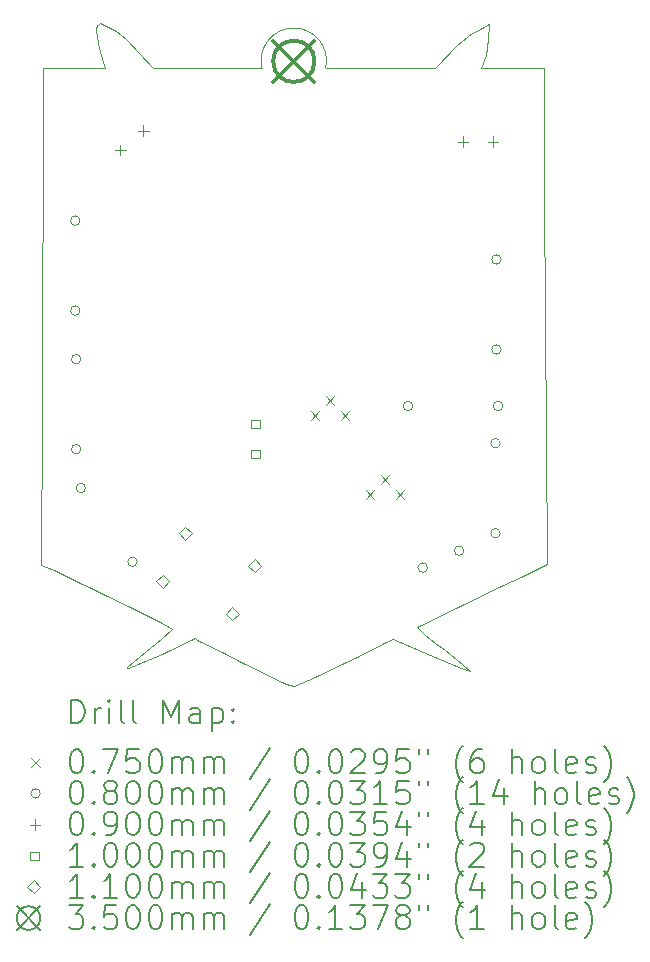
<source format=gbr>
%TF.GenerationSoftware,KiCad,Pcbnew,8.0.5*%
%TF.CreationDate,2025-05-26T16:56:40+05:00*%
%TF.ProjectId,Wings_Of_Freedom,57696e67-735f-44f6-965f-46726565646f,rev?*%
%TF.SameCoordinates,Original*%
%TF.FileFunction,Drillmap*%
%TF.FilePolarity,Positive*%
%FSLAX45Y45*%
G04 Gerber Fmt 4.5, Leading zero omitted, Abs format (unit mm)*
G04 Created by KiCad (PCBNEW 8.0.5) date 2025-05-26 16:56:40*
%MOMM*%
%LPD*%
G01*
G04 APERTURE LIST*
%ADD10C,0.050000*%
%ADD11C,0.200000*%
%ADD12C,0.100000*%
%ADD13C,0.110000*%
%ADD14C,0.350000*%
G04 APERTURE END LIST*
D10*
X21738000Y-5474000D02*
X21762000Y-5458000D01*
X21473000Y-10604000D02*
X21551000Y-10666000D01*
X18154000Y-5944000D02*
X18152000Y-5733000D01*
X22397000Y-6815000D02*
X22403000Y-7847000D01*
X21432000Y-10707000D02*
X21117000Y-10571000D01*
X18539000Y-10135000D02*
X18482000Y-10107000D01*
X22395000Y-5734000D02*
X22397000Y-5734000D01*
X22397000Y-6104000D02*
X22397000Y-6255000D01*
X21314000Y-10472000D02*
X21388000Y-10534000D01*
X21919000Y-5494000D02*
X21898000Y-5623000D01*
X21388000Y-10534000D02*
X21473000Y-10604000D01*
X18141000Y-8685000D02*
X18146000Y-8094000D01*
X19221000Y-10467000D02*
X19141000Y-10428000D01*
X18857000Y-5490000D02*
X19087000Y-5734000D01*
X20280000Y-10972000D02*
X20212000Y-10951000D01*
X21766000Y-10842000D02*
X21691000Y-10815000D01*
X18870000Y-10814000D02*
X18864000Y-10814000D01*
X18633000Y-5360000D02*
X18672000Y-5370000D01*
X22196000Y-10046000D02*
X22048000Y-10116000D01*
X20004998Y-5735928D02*
G75*
G02*
X20544756Y-5737007I270002J60928D01*
G01*
X21926000Y-5366000D02*
X21928000Y-5366000D01*
X18662000Y-5688000D02*
X18627000Y-5568000D01*
X21655000Y-5541000D02*
X21738000Y-5474000D01*
X22403000Y-7847000D02*
X22417000Y-9939000D01*
X18862000Y-10810000D02*
X18970000Y-10715000D01*
X21762000Y-5458000D02*
X21871000Y-5398000D01*
X19087000Y-5734000D02*
X20004998Y-5735928D01*
X21871000Y-5398000D02*
X21926000Y-5366000D01*
X18612000Y-5373000D02*
X18613000Y-5370000D01*
X21551000Y-10666000D02*
X21646000Y-10742000D01*
X20454000Y-10892000D02*
X20280000Y-10972000D01*
X19435000Y-10566000D02*
X19213000Y-10672000D01*
X21708000Y-10793000D02*
X21766000Y-10842000D01*
X18672000Y-5733000D02*
X18677000Y-5733000D01*
X19809000Y-10754000D02*
X19686000Y-10692000D01*
X18244000Y-9991000D02*
X18131000Y-9942000D01*
X21468000Y-5739000D02*
X21655000Y-5541000D01*
X20544996Y-5737062D02*
X20599995Y-5737177D01*
X18612000Y-5478000D02*
X18602000Y-5408000D01*
X22397000Y-5734000D02*
X22397000Y-5919000D01*
X18672000Y-5370000D02*
X18768000Y-5424000D01*
X20791000Y-10731000D02*
X20719000Y-10765000D01*
X18154000Y-6356000D02*
X18154000Y-5944000D01*
X18970000Y-10715000D02*
X19151000Y-10568000D01*
X19247000Y-10486000D02*
X19221000Y-10467000D01*
X22048000Y-10116000D02*
X21314000Y-10472000D01*
X18864000Y-10814000D02*
X18862000Y-10810000D01*
X21117000Y-10571000D02*
X21059000Y-10599000D01*
X21059000Y-10599000D02*
X20791000Y-10731000D01*
X19151000Y-10568000D02*
X19247000Y-10486000D01*
X19096000Y-10722000D02*
X18870000Y-10814000D01*
X21646000Y-10742000D02*
X21708000Y-10793000D01*
X18482000Y-10107000D02*
X18244000Y-9991000D01*
X19156000Y-10698000D02*
X19096000Y-10722000D01*
X18613000Y-5370000D02*
X18633000Y-5360000D01*
X18146000Y-8094000D02*
X18154000Y-6356000D01*
X21928000Y-5366000D02*
X21919000Y-5494000D01*
X18659000Y-10193000D02*
X18539000Y-10135000D01*
X19213000Y-10672000D02*
X19156000Y-10698000D01*
X19003000Y-10360000D02*
X18885000Y-10304000D01*
X18627000Y-5568000D02*
X18612000Y-5478000D01*
X21898000Y-5623000D02*
X21864000Y-5733000D01*
X18677000Y-5733000D02*
X18662000Y-5688000D01*
X20719000Y-10765000D02*
X20454000Y-10892000D01*
X20599995Y-5737177D02*
X21468000Y-5739000D01*
X18152000Y-5733000D02*
X18672000Y-5733000D01*
X18768000Y-5424000D02*
X18857000Y-5490000D01*
X22417000Y-9939000D02*
X22196000Y-10046000D01*
X19686000Y-10692000D02*
X19459000Y-10580000D01*
X20212000Y-10951000D02*
X19809000Y-10754000D01*
X18131000Y-9942000D02*
X18141000Y-8685000D01*
X21691000Y-10815000D02*
X21432000Y-10707000D01*
X22397000Y-6255000D02*
X22397000Y-6815000D01*
X19459000Y-10580000D02*
X19435000Y-10566000D01*
X18885000Y-10304000D02*
X18659000Y-10193000D01*
X19141000Y-10428000D02*
X19003000Y-10360000D01*
X22397000Y-5919000D02*
X22397000Y-6104000D01*
X21909000Y-5733000D02*
X22395000Y-5734000D01*
X21864000Y-5733000D02*
X21909000Y-5733000D01*
X18602000Y-5408000D02*
X18612000Y-5373000D01*
D11*
D12*
X20417250Y-8640140D02*
X20492250Y-8715140D01*
X20492250Y-8640140D02*
X20417250Y-8715140D01*
X20544250Y-8513140D02*
X20619250Y-8588140D01*
X20619250Y-8513140D02*
X20544250Y-8588140D01*
X20671250Y-8640140D02*
X20746250Y-8715140D01*
X20746250Y-8640140D02*
X20671250Y-8715140D01*
X20882500Y-9307500D02*
X20957500Y-9382500D01*
X20957500Y-9307500D02*
X20882500Y-9382500D01*
X21009500Y-9180500D02*
X21084500Y-9255500D01*
X21084500Y-9180500D02*
X21009500Y-9255500D01*
X21136500Y-9307500D02*
X21211500Y-9382500D01*
X21211500Y-9307500D02*
X21136500Y-9382500D01*
X18465000Y-7029000D02*
G75*
G02*
X18385000Y-7029000I-40000J0D01*
G01*
X18385000Y-7029000D02*
G75*
G02*
X18465000Y-7029000I40000J0D01*
G01*
X18465000Y-7791000D02*
G75*
G02*
X18385000Y-7791000I-40000J0D01*
G01*
X18385000Y-7791000D02*
G75*
G02*
X18465000Y-7791000I40000J0D01*
G01*
X18472000Y-8202000D02*
G75*
G02*
X18392000Y-8202000I-40000J0D01*
G01*
X18392000Y-8202000D02*
G75*
G02*
X18472000Y-8202000I40000J0D01*
G01*
X18472000Y-8964000D02*
G75*
G02*
X18392000Y-8964000I-40000J0D01*
G01*
X18392000Y-8964000D02*
G75*
G02*
X18472000Y-8964000I40000J0D01*
G01*
X18511465Y-9292906D02*
G75*
G02*
X18431465Y-9292906I-40000J0D01*
G01*
X18431465Y-9292906D02*
G75*
G02*
X18511465Y-9292906I40000J0D01*
G01*
X18948530Y-9917100D02*
G75*
G02*
X18868530Y-9917100I-40000J0D01*
G01*
X18868530Y-9917100D02*
G75*
G02*
X18948530Y-9917100I40000J0D01*
G01*
X21281990Y-8597970D02*
G75*
G02*
X21201990Y-8597970I-40000J0D01*
G01*
X21201990Y-8597970D02*
G75*
G02*
X21281990Y-8597970I40000J0D01*
G01*
X21405925Y-9966840D02*
G75*
G02*
X21325925Y-9966840I-40000J0D01*
G01*
X21325925Y-9966840D02*
G75*
G02*
X21405925Y-9966840I40000J0D01*
G01*
X21714070Y-9823150D02*
G75*
G02*
X21634070Y-9823150I-40000J0D01*
G01*
X21634070Y-9823150D02*
G75*
G02*
X21714070Y-9823150I40000J0D01*
G01*
X22022000Y-8914000D02*
G75*
G02*
X21942000Y-8914000I-40000J0D01*
G01*
X21942000Y-8914000D02*
G75*
G02*
X22022000Y-8914000I40000J0D01*
G01*
X22022000Y-9676000D02*
G75*
G02*
X21942000Y-9676000I-40000J0D01*
G01*
X21942000Y-9676000D02*
G75*
G02*
X22022000Y-9676000I40000J0D01*
G01*
X22030000Y-7359000D02*
G75*
G02*
X21950000Y-7359000I-40000J0D01*
G01*
X21950000Y-7359000D02*
G75*
G02*
X22030000Y-7359000I40000J0D01*
G01*
X22030000Y-8121000D02*
G75*
G02*
X21950000Y-8121000I-40000J0D01*
G01*
X21950000Y-8121000D02*
G75*
G02*
X22030000Y-8121000I40000J0D01*
G01*
X22043990Y-8597970D02*
G75*
G02*
X21963990Y-8597970I-40000J0D01*
G01*
X21963990Y-8597970D02*
G75*
G02*
X22043990Y-8597970I40000J0D01*
G01*
X18807329Y-6386955D02*
X18807329Y-6476955D01*
X18762329Y-6431955D02*
X18852329Y-6431955D01*
X19001905Y-6223687D02*
X19001905Y-6313687D01*
X18956905Y-6268687D02*
X19046905Y-6268687D01*
X21707500Y-6315000D02*
X21707500Y-6405000D01*
X21662500Y-6360000D02*
X21752500Y-6360000D01*
X21961500Y-6315000D02*
X21961500Y-6405000D01*
X21916500Y-6360000D02*
X22006500Y-6360000D01*
X19985356Y-8788856D02*
X19985356Y-8718144D01*
X19914644Y-8718144D01*
X19914644Y-8788856D01*
X19985356Y-8788856D01*
X19985356Y-9042856D02*
X19985356Y-8972144D01*
X19914644Y-8972144D01*
X19914644Y-9042856D01*
X19985356Y-9042856D01*
D13*
X19166642Y-10139417D02*
X19221642Y-10084417D01*
X19166642Y-10029417D01*
X19111642Y-10084417D01*
X19166642Y-10139417D01*
X19356820Y-9731578D02*
X19411820Y-9676578D01*
X19356820Y-9621578D01*
X19301820Y-9676578D01*
X19356820Y-9731578D01*
X19755742Y-10414119D02*
X19810742Y-10359119D01*
X19755742Y-10304119D01*
X19700742Y-10359119D01*
X19755742Y-10414119D01*
X19945920Y-10006280D02*
X20000920Y-9951280D01*
X19945920Y-9896280D01*
X19890920Y-9951280D01*
X19945920Y-10006280D01*
D14*
X20100000Y-5505000D02*
X20450000Y-5855000D01*
X20450000Y-5505000D02*
X20100000Y-5855000D01*
X20450000Y-5680000D02*
G75*
G02*
X20100000Y-5680000I-175000J0D01*
G01*
X20100000Y-5680000D02*
G75*
G02*
X20450000Y-5680000I175000J0D01*
G01*
D11*
X18389277Y-11285984D02*
X18389277Y-11085984D01*
X18389277Y-11085984D02*
X18436896Y-11085984D01*
X18436896Y-11085984D02*
X18465467Y-11095508D01*
X18465467Y-11095508D02*
X18484515Y-11114555D01*
X18484515Y-11114555D02*
X18494039Y-11133603D01*
X18494039Y-11133603D02*
X18503563Y-11171698D01*
X18503563Y-11171698D02*
X18503563Y-11200269D01*
X18503563Y-11200269D02*
X18494039Y-11238365D01*
X18494039Y-11238365D02*
X18484515Y-11257412D01*
X18484515Y-11257412D02*
X18465467Y-11276460D01*
X18465467Y-11276460D02*
X18436896Y-11285984D01*
X18436896Y-11285984D02*
X18389277Y-11285984D01*
X18589277Y-11285984D02*
X18589277Y-11152650D01*
X18589277Y-11190746D02*
X18598801Y-11171698D01*
X18598801Y-11171698D02*
X18608324Y-11162174D01*
X18608324Y-11162174D02*
X18627372Y-11152650D01*
X18627372Y-11152650D02*
X18646420Y-11152650D01*
X18713086Y-11285984D02*
X18713086Y-11152650D01*
X18713086Y-11085984D02*
X18703563Y-11095508D01*
X18703563Y-11095508D02*
X18713086Y-11105031D01*
X18713086Y-11105031D02*
X18722610Y-11095508D01*
X18722610Y-11095508D02*
X18713086Y-11085984D01*
X18713086Y-11085984D02*
X18713086Y-11105031D01*
X18836896Y-11285984D02*
X18817848Y-11276460D01*
X18817848Y-11276460D02*
X18808324Y-11257412D01*
X18808324Y-11257412D02*
X18808324Y-11085984D01*
X18941658Y-11285984D02*
X18922610Y-11276460D01*
X18922610Y-11276460D02*
X18913086Y-11257412D01*
X18913086Y-11257412D02*
X18913086Y-11085984D01*
X19170229Y-11285984D02*
X19170229Y-11085984D01*
X19170229Y-11085984D02*
X19236896Y-11228841D01*
X19236896Y-11228841D02*
X19303563Y-11085984D01*
X19303563Y-11085984D02*
X19303563Y-11285984D01*
X19484515Y-11285984D02*
X19484515Y-11181222D01*
X19484515Y-11181222D02*
X19474991Y-11162174D01*
X19474991Y-11162174D02*
X19455944Y-11152650D01*
X19455944Y-11152650D02*
X19417848Y-11152650D01*
X19417848Y-11152650D02*
X19398801Y-11162174D01*
X19484515Y-11276460D02*
X19465467Y-11285984D01*
X19465467Y-11285984D02*
X19417848Y-11285984D01*
X19417848Y-11285984D02*
X19398801Y-11276460D01*
X19398801Y-11276460D02*
X19389277Y-11257412D01*
X19389277Y-11257412D02*
X19389277Y-11238365D01*
X19389277Y-11238365D02*
X19398801Y-11219317D01*
X19398801Y-11219317D02*
X19417848Y-11209793D01*
X19417848Y-11209793D02*
X19465467Y-11209793D01*
X19465467Y-11209793D02*
X19484515Y-11200269D01*
X19579753Y-11152650D02*
X19579753Y-11352650D01*
X19579753Y-11162174D02*
X19598801Y-11152650D01*
X19598801Y-11152650D02*
X19636896Y-11152650D01*
X19636896Y-11152650D02*
X19655944Y-11162174D01*
X19655944Y-11162174D02*
X19665467Y-11171698D01*
X19665467Y-11171698D02*
X19674991Y-11190746D01*
X19674991Y-11190746D02*
X19674991Y-11247888D01*
X19674991Y-11247888D02*
X19665467Y-11266936D01*
X19665467Y-11266936D02*
X19655944Y-11276460D01*
X19655944Y-11276460D02*
X19636896Y-11285984D01*
X19636896Y-11285984D02*
X19598801Y-11285984D01*
X19598801Y-11285984D02*
X19579753Y-11276460D01*
X19760705Y-11266936D02*
X19770229Y-11276460D01*
X19770229Y-11276460D02*
X19760705Y-11285984D01*
X19760705Y-11285984D02*
X19751182Y-11276460D01*
X19751182Y-11276460D02*
X19760705Y-11266936D01*
X19760705Y-11266936D02*
X19760705Y-11285984D01*
X19760705Y-11162174D02*
X19770229Y-11171698D01*
X19770229Y-11171698D02*
X19760705Y-11181222D01*
X19760705Y-11181222D02*
X19751182Y-11171698D01*
X19751182Y-11171698D02*
X19760705Y-11162174D01*
X19760705Y-11162174D02*
X19760705Y-11181222D01*
D12*
X18053500Y-11577000D02*
X18128500Y-11652000D01*
X18128500Y-11577000D02*
X18053500Y-11652000D01*
D11*
X18427372Y-11505984D02*
X18446420Y-11505984D01*
X18446420Y-11505984D02*
X18465467Y-11515508D01*
X18465467Y-11515508D02*
X18474991Y-11525031D01*
X18474991Y-11525031D02*
X18484515Y-11544079D01*
X18484515Y-11544079D02*
X18494039Y-11582174D01*
X18494039Y-11582174D02*
X18494039Y-11629793D01*
X18494039Y-11629793D02*
X18484515Y-11667888D01*
X18484515Y-11667888D02*
X18474991Y-11686936D01*
X18474991Y-11686936D02*
X18465467Y-11696460D01*
X18465467Y-11696460D02*
X18446420Y-11705984D01*
X18446420Y-11705984D02*
X18427372Y-11705984D01*
X18427372Y-11705984D02*
X18408324Y-11696460D01*
X18408324Y-11696460D02*
X18398801Y-11686936D01*
X18398801Y-11686936D02*
X18389277Y-11667888D01*
X18389277Y-11667888D02*
X18379753Y-11629793D01*
X18379753Y-11629793D02*
X18379753Y-11582174D01*
X18379753Y-11582174D02*
X18389277Y-11544079D01*
X18389277Y-11544079D02*
X18398801Y-11525031D01*
X18398801Y-11525031D02*
X18408324Y-11515508D01*
X18408324Y-11515508D02*
X18427372Y-11505984D01*
X18579753Y-11686936D02*
X18589277Y-11696460D01*
X18589277Y-11696460D02*
X18579753Y-11705984D01*
X18579753Y-11705984D02*
X18570229Y-11696460D01*
X18570229Y-11696460D02*
X18579753Y-11686936D01*
X18579753Y-11686936D02*
X18579753Y-11705984D01*
X18655944Y-11505984D02*
X18789277Y-11505984D01*
X18789277Y-11505984D02*
X18703563Y-11705984D01*
X18960705Y-11505984D02*
X18865467Y-11505984D01*
X18865467Y-11505984D02*
X18855944Y-11601222D01*
X18855944Y-11601222D02*
X18865467Y-11591698D01*
X18865467Y-11591698D02*
X18884515Y-11582174D01*
X18884515Y-11582174D02*
X18932134Y-11582174D01*
X18932134Y-11582174D02*
X18951182Y-11591698D01*
X18951182Y-11591698D02*
X18960705Y-11601222D01*
X18960705Y-11601222D02*
X18970229Y-11620269D01*
X18970229Y-11620269D02*
X18970229Y-11667888D01*
X18970229Y-11667888D02*
X18960705Y-11686936D01*
X18960705Y-11686936D02*
X18951182Y-11696460D01*
X18951182Y-11696460D02*
X18932134Y-11705984D01*
X18932134Y-11705984D02*
X18884515Y-11705984D01*
X18884515Y-11705984D02*
X18865467Y-11696460D01*
X18865467Y-11696460D02*
X18855944Y-11686936D01*
X19094039Y-11505984D02*
X19113086Y-11505984D01*
X19113086Y-11505984D02*
X19132134Y-11515508D01*
X19132134Y-11515508D02*
X19141658Y-11525031D01*
X19141658Y-11525031D02*
X19151182Y-11544079D01*
X19151182Y-11544079D02*
X19160705Y-11582174D01*
X19160705Y-11582174D02*
X19160705Y-11629793D01*
X19160705Y-11629793D02*
X19151182Y-11667888D01*
X19151182Y-11667888D02*
X19141658Y-11686936D01*
X19141658Y-11686936D02*
X19132134Y-11696460D01*
X19132134Y-11696460D02*
X19113086Y-11705984D01*
X19113086Y-11705984D02*
X19094039Y-11705984D01*
X19094039Y-11705984D02*
X19074991Y-11696460D01*
X19074991Y-11696460D02*
X19065467Y-11686936D01*
X19065467Y-11686936D02*
X19055944Y-11667888D01*
X19055944Y-11667888D02*
X19046420Y-11629793D01*
X19046420Y-11629793D02*
X19046420Y-11582174D01*
X19046420Y-11582174D02*
X19055944Y-11544079D01*
X19055944Y-11544079D02*
X19065467Y-11525031D01*
X19065467Y-11525031D02*
X19074991Y-11515508D01*
X19074991Y-11515508D02*
X19094039Y-11505984D01*
X19246420Y-11705984D02*
X19246420Y-11572650D01*
X19246420Y-11591698D02*
X19255944Y-11582174D01*
X19255944Y-11582174D02*
X19274991Y-11572650D01*
X19274991Y-11572650D02*
X19303563Y-11572650D01*
X19303563Y-11572650D02*
X19322610Y-11582174D01*
X19322610Y-11582174D02*
X19332134Y-11601222D01*
X19332134Y-11601222D02*
X19332134Y-11705984D01*
X19332134Y-11601222D02*
X19341658Y-11582174D01*
X19341658Y-11582174D02*
X19360705Y-11572650D01*
X19360705Y-11572650D02*
X19389277Y-11572650D01*
X19389277Y-11572650D02*
X19408325Y-11582174D01*
X19408325Y-11582174D02*
X19417848Y-11601222D01*
X19417848Y-11601222D02*
X19417848Y-11705984D01*
X19513086Y-11705984D02*
X19513086Y-11572650D01*
X19513086Y-11591698D02*
X19522610Y-11582174D01*
X19522610Y-11582174D02*
X19541658Y-11572650D01*
X19541658Y-11572650D02*
X19570229Y-11572650D01*
X19570229Y-11572650D02*
X19589277Y-11582174D01*
X19589277Y-11582174D02*
X19598801Y-11601222D01*
X19598801Y-11601222D02*
X19598801Y-11705984D01*
X19598801Y-11601222D02*
X19608325Y-11582174D01*
X19608325Y-11582174D02*
X19627372Y-11572650D01*
X19627372Y-11572650D02*
X19655944Y-11572650D01*
X19655944Y-11572650D02*
X19674991Y-11582174D01*
X19674991Y-11582174D02*
X19684515Y-11601222D01*
X19684515Y-11601222D02*
X19684515Y-11705984D01*
X20074991Y-11496460D02*
X19903563Y-11753603D01*
X20332134Y-11505984D02*
X20351182Y-11505984D01*
X20351182Y-11505984D02*
X20370229Y-11515508D01*
X20370229Y-11515508D02*
X20379753Y-11525031D01*
X20379753Y-11525031D02*
X20389277Y-11544079D01*
X20389277Y-11544079D02*
X20398801Y-11582174D01*
X20398801Y-11582174D02*
X20398801Y-11629793D01*
X20398801Y-11629793D02*
X20389277Y-11667888D01*
X20389277Y-11667888D02*
X20379753Y-11686936D01*
X20379753Y-11686936D02*
X20370229Y-11696460D01*
X20370229Y-11696460D02*
X20351182Y-11705984D01*
X20351182Y-11705984D02*
X20332134Y-11705984D01*
X20332134Y-11705984D02*
X20313087Y-11696460D01*
X20313087Y-11696460D02*
X20303563Y-11686936D01*
X20303563Y-11686936D02*
X20294039Y-11667888D01*
X20294039Y-11667888D02*
X20284515Y-11629793D01*
X20284515Y-11629793D02*
X20284515Y-11582174D01*
X20284515Y-11582174D02*
X20294039Y-11544079D01*
X20294039Y-11544079D02*
X20303563Y-11525031D01*
X20303563Y-11525031D02*
X20313087Y-11515508D01*
X20313087Y-11515508D02*
X20332134Y-11505984D01*
X20484515Y-11686936D02*
X20494039Y-11696460D01*
X20494039Y-11696460D02*
X20484515Y-11705984D01*
X20484515Y-11705984D02*
X20474991Y-11696460D01*
X20474991Y-11696460D02*
X20484515Y-11686936D01*
X20484515Y-11686936D02*
X20484515Y-11705984D01*
X20617848Y-11505984D02*
X20636896Y-11505984D01*
X20636896Y-11505984D02*
X20655944Y-11515508D01*
X20655944Y-11515508D02*
X20665468Y-11525031D01*
X20665468Y-11525031D02*
X20674991Y-11544079D01*
X20674991Y-11544079D02*
X20684515Y-11582174D01*
X20684515Y-11582174D02*
X20684515Y-11629793D01*
X20684515Y-11629793D02*
X20674991Y-11667888D01*
X20674991Y-11667888D02*
X20665468Y-11686936D01*
X20665468Y-11686936D02*
X20655944Y-11696460D01*
X20655944Y-11696460D02*
X20636896Y-11705984D01*
X20636896Y-11705984D02*
X20617848Y-11705984D01*
X20617848Y-11705984D02*
X20598801Y-11696460D01*
X20598801Y-11696460D02*
X20589277Y-11686936D01*
X20589277Y-11686936D02*
X20579753Y-11667888D01*
X20579753Y-11667888D02*
X20570229Y-11629793D01*
X20570229Y-11629793D02*
X20570229Y-11582174D01*
X20570229Y-11582174D02*
X20579753Y-11544079D01*
X20579753Y-11544079D02*
X20589277Y-11525031D01*
X20589277Y-11525031D02*
X20598801Y-11515508D01*
X20598801Y-11515508D02*
X20617848Y-11505984D01*
X20760706Y-11525031D02*
X20770229Y-11515508D01*
X20770229Y-11515508D02*
X20789277Y-11505984D01*
X20789277Y-11505984D02*
X20836896Y-11505984D01*
X20836896Y-11505984D02*
X20855944Y-11515508D01*
X20855944Y-11515508D02*
X20865468Y-11525031D01*
X20865468Y-11525031D02*
X20874991Y-11544079D01*
X20874991Y-11544079D02*
X20874991Y-11563127D01*
X20874991Y-11563127D02*
X20865468Y-11591698D01*
X20865468Y-11591698D02*
X20751182Y-11705984D01*
X20751182Y-11705984D02*
X20874991Y-11705984D01*
X20970229Y-11705984D02*
X21008325Y-11705984D01*
X21008325Y-11705984D02*
X21027372Y-11696460D01*
X21027372Y-11696460D02*
X21036896Y-11686936D01*
X21036896Y-11686936D02*
X21055944Y-11658365D01*
X21055944Y-11658365D02*
X21065468Y-11620269D01*
X21065468Y-11620269D02*
X21065468Y-11544079D01*
X21065468Y-11544079D02*
X21055944Y-11525031D01*
X21055944Y-11525031D02*
X21046420Y-11515508D01*
X21046420Y-11515508D02*
X21027372Y-11505984D01*
X21027372Y-11505984D02*
X20989277Y-11505984D01*
X20989277Y-11505984D02*
X20970229Y-11515508D01*
X20970229Y-11515508D02*
X20960706Y-11525031D01*
X20960706Y-11525031D02*
X20951182Y-11544079D01*
X20951182Y-11544079D02*
X20951182Y-11591698D01*
X20951182Y-11591698D02*
X20960706Y-11610746D01*
X20960706Y-11610746D02*
X20970229Y-11620269D01*
X20970229Y-11620269D02*
X20989277Y-11629793D01*
X20989277Y-11629793D02*
X21027372Y-11629793D01*
X21027372Y-11629793D02*
X21046420Y-11620269D01*
X21046420Y-11620269D02*
X21055944Y-11610746D01*
X21055944Y-11610746D02*
X21065468Y-11591698D01*
X21246420Y-11505984D02*
X21151182Y-11505984D01*
X21151182Y-11505984D02*
X21141658Y-11601222D01*
X21141658Y-11601222D02*
X21151182Y-11591698D01*
X21151182Y-11591698D02*
X21170229Y-11582174D01*
X21170229Y-11582174D02*
X21217849Y-11582174D01*
X21217849Y-11582174D02*
X21236896Y-11591698D01*
X21236896Y-11591698D02*
X21246420Y-11601222D01*
X21246420Y-11601222D02*
X21255944Y-11620269D01*
X21255944Y-11620269D02*
X21255944Y-11667888D01*
X21255944Y-11667888D02*
X21246420Y-11686936D01*
X21246420Y-11686936D02*
X21236896Y-11696460D01*
X21236896Y-11696460D02*
X21217849Y-11705984D01*
X21217849Y-11705984D02*
X21170229Y-11705984D01*
X21170229Y-11705984D02*
X21151182Y-11696460D01*
X21151182Y-11696460D02*
X21141658Y-11686936D01*
X21332134Y-11505984D02*
X21332134Y-11544079D01*
X21408325Y-11505984D02*
X21408325Y-11544079D01*
X21703563Y-11782174D02*
X21694039Y-11772650D01*
X21694039Y-11772650D02*
X21674991Y-11744079D01*
X21674991Y-11744079D02*
X21665468Y-11725031D01*
X21665468Y-11725031D02*
X21655944Y-11696460D01*
X21655944Y-11696460D02*
X21646420Y-11648841D01*
X21646420Y-11648841D02*
X21646420Y-11610746D01*
X21646420Y-11610746D02*
X21655944Y-11563127D01*
X21655944Y-11563127D02*
X21665468Y-11534555D01*
X21665468Y-11534555D02*
X21674991Y-11515508D01*
X21674991Y-11515508D02*
X21694039Y-11486936D01*
X21694039Y-11486936D02*
X21703563Y-11477412D01*
X21865468Y-11505984D02*
X21827372Y-11505984D01*
X21827372Y-11505984D02*
X21808325Y-11515508D01*
X21808325Y-11515508D02*
X21798801Y-11525031D01*
X21798801Y-11525031D02*
X21779753Y-11553603D01*
X21779753Y-11553603D02*
X21770230Y-11591698D01*
X21770230Y-11591698D02*
X21770230Y-11667888D01*
X21770230Y-11667888D02*
X21779753Y-11686936D01*
X21779753Y-11686936D02*
X21789277Y-11696460D01*
X21789277Y-11696460D02*
X21808325Y-11705984D01*
X21808325Y-11705984D02*
X21846420Y-11705984D01*
X21846420Y-11705984D02*
X21865468Y-11696460D01*
X21865468Y-11696460D02*
X21874991Y-11686936D01*
X21874991Y-11686936D02*
X21884515Y-11667888D01*
X21884515Y-11667888D02*
X21884515Y-11620269D01*
X21884515Y-11620269D02*
X21874991Y-11601222D01*
X21874991Y-11601222D02*
X21865468Y-11591698D01*
X21865468Y-11591698D02*
X21846420Y-11582174D01*
X21846420Y-11582174D02*
X21808325Y-11582174D01*
X21808325Y-11582174D02*
X21789277Y-11591698D01*
X21789277Y-11591698D02*
X21779753Y-11601222D01*
X21779753Y-11601222D02*
X21770230Y-11620269D01*
X22122611Y-11705984D02*
X22122611Y-11505984D01*
X22208325Y-11705984D02*
X22208325Y-11601222D01*
X22208325Y-11601222D02*
X22198801Y-11582174D01*
X22198801Y-11582174D02*
X22179753Y-11572650D01*
X22179753Y-11572650D02*
X22151182Y-11572650D01*
X22151182Y-11572650D02*
X22132134Y-11582174D01*
X22132134Y-11582174D02*
X22122611Y-11591698D01*
X22332134Y-11705984D02*
X22313087Y-11696460D01*
X22313087Y-11696460D02*
X22303563Y-11686936D01*
X22303563Y-11686936D02*
X22294039Y-11667888D01*
X22294039Y-11667888D02*
X22294039Y-11610746D01*
X22294039Y-11610746D02*
X22303563Y-11591698D01*
X22303563Y-11591698D02*
X22313087Y-11582174D01*
X22313087Y-11582174D02*
X22332134Y-11572650D01*
X22332134Y-11572650D02*
X22360706Y-11572650D01*
X22360706Y-11572650D02*
X22379753Y-11582174D01*
X22379753Y-11582174D02*
X22389277Y-11591698D01*
X22389277Y-11591698D02*
X22398801Y-11610746D01*
X22398801Y-11610746D02*
X22398801Y-11667888D01*
X22398801Y-11667888D02*
X22389277Y-11686936D01*
X22389277Y-11686936D02*
X22379753Y-11696460D01*
X22379753Y-11696460D02*
X22360706Y-11705984D01*
X22360706Y-11705984D02*
X22332134Y-11705984D01*
X22513087Y-11705984D02*
X22494039Y-11696460D01*
X22494039Y-11696460D02*
X22484515Y-11677412D01*
X22484515Y-11677412D02*
X22484515Y-11505984D01*
X22665468Y-11696460D02*
X22646420Y-11705984D01*
X22646420Y-11705984D02*
X22608325Y-11705984D01*
X22608325Y-11705984D02*
X22589277Y-11696460D01*
X22589277Y-11696460D02*
X22579753Y-11677412D01*
X22579753Y-11677412D02*
X22579753Y-11601222D01*
X22579753Y-11601222D02*
X22589277Y-11582174D01*
X22589277Y-11582174D02*
X22608325Y-11572650D01*
X22608325Y-11572650D02*
X22646420Y-11572650D01*
X22646420Y-11572650D02*
X22665468Y-11582174D01*
X22665468Y-11582174D02*
X22674991Y-11601222D01*
X22674991Y-11601222D02*
X22674991Y-11620269D01*
X22674991Y-11620269D02*
X22579753Y-11639317D01*
X22751182Y-11696460D02*
X22770230Y-11705984D01*
X22770230Y-11705984D02*
X22808325Y-11705984D01*
X22808325Y-11705984D02*
X22827372Y-11696460D01*
X22827372Y-11696460D02*
X22836896Y-11677412D01*
X22836896Y-11677412D02*
X22836896Y-11667888D01*
X22836896Y-11667888D02*
X22827372Y-11648841D01*
X22827372Y-11648841D02*
X22808325Y-11639317D01*
X22808325Y-11639317D02*
X22779753Y-11639317D01*
X22779753Y-11639317D02*
X22760706Y-11629793D01*
X22760706Y-11629793D02*
X22751182Y-11610746D01*
X22751182Y-11610746D02*
X22751182Y-11601222D01*
X22751182Y-11601222D02*
X22760706Y-11582174D01*
X22760706Y-11582174D02*
X22779753Y-11572650D01*
X22779753Y-11572650D02*
X22808325Y-11572650D01*
X22808325Y-11572650D02*
X22827372Y-11582174D01*
X22903563Y-11782174D02*
X22913087Y-11772650D01*
X22913087Y-11772650D02*
X22932134Y-11744079D01*
X22932134Y-11744079D02*
X22941658Y-11725031D01*
X22941658Y-11725031D02*
X22951182Y-11696460D01*
X22951182Y-11696460D02*
X22960706Y-11648841D01*
X22960706Y-11648841D02*
X22960706Y-11610746D01*
X22960706Y-11610746D02*
X22951182Y-11563127D01*
X22951182Y-11563127D02*
X22941658Y-11534555D01*
X22941658Y-11534555D02*
X22932134Y-11515508D01*
X22932134Y-11515508D02*
X22913087Y-11486936D01*
X22913087Y-11486936D02*
X22903563Y-11477412D01*
D12*
X18128500Y-11878500D02*
G75*
G02*
X18048500Y-11878500I-40000J0D01*
G01*
X18048500Y-11878500D02*
G75*
G02*
X18128500Y-11878500I40000J0D01*
G01*
D11*
X18427372Y-11769984D02*
X18446420Y-11769984D01*
X18446420Y-11769984D02*
X18465467Y-11779508D01*
X18465467Y-11779508D02*
X18474991Y-11789031D01*
X18474991Y-11789031D02*
X18484515Y-11808079D01*
X18484515Y-11808079D02*
X18494039Y-11846174D01*
X18494039Y-11846174D02*
X18494039Y-11893793D01*
X18494039Y-11893793D02*
X18484515Y-11931888D01*
X18484515Y-11931888D02*
X18474991Y-11950936D01*
X18474991Y-11950936D02*
X18465467Y-11960460D01*
X18465467Y-11960460D02*
X18446420Y-11969984D01*
X18446420Y-11969984D02*
X18427372Y-11969984D01*
X18427372Y-11969984D02*
X18408324Y-11960460D01*
X18408324Y-11960460D02*
X18398801Y-11950936D01*
X18398801Y-11950936D02*
X18389277Y-11931888D01*
X18389277Y-11931888D02*
X18379753Y-11893793D01*
X18379753Y-11893793D02*
X18379753Y-11846174D01*
X18379753Y-11846174D02*
X18389277Y-11808079D01*
X18389277Y-11808079D02*
X18398801Y-11789031D01*
X18398801Y-11789031D02*
X18408324Y-11779508D01*
X18408324Y-11779508D02*
X18427372Y-11769984D01*
X18579753Y-11950936D02*
X18589277Y-11960460D01*
X18589277Y-11960460D02*
X18579753Y-11969984D01*
X18579753Y-11969984D02*
X18570229Y-11960460D01*
X18570229Y-11960460D02*
X18579753Y-11950936D01*
X18579753Y-11950936D02*
X18579753Y-11969984D01*
X18703563Y-11855698D02*
X18684515Y-11846174D01*
X18684515Y-11846174D02*
X18674991Y-11836650D01*
X18674991Y-11836650D02*
X18665467Y-11817603D01*
X18665467Y-11817603D02*
X18665467Y-11808079D01*
X18665467Y-11808079D02*
X18674991Y-11789031D01*
X18674991Y-11789031D02*
X18684515Y-11779508D01*
X18684515Y-11779508D02*
X18703563Y-11769984D01*
X18703563Y-11769984D02*
X18741658Y-11769984D01*
X18741658Y-11769984D02*
X18760705Y-11779508D01*
X18760705Y-11779508D02*
X18770229Y-11789031D01*
X18770229Y-11789031D02*
X18779753Y-11808079D01*
X18779753Y-11808079D02*
X18779753Y-11817603D01*
X18779753Y-11817603D02*
X18770229Y-11836650D01*
X18770229Y-11836650D02*
X18760705Y-11846174D01*
X18760705Y-11846174D02*
X18741658Y-11855698D01*
X18741658Y-11855698D02*
X18703563Y-11855698D01*
X18703563Y-11855698D02*
X18684515Y-11865222D01*
X18684515Y-11865222D02*
X18674991Y-11874746D01*
X18674991Y-11874746D02*
X18665467Y-11893793D01*
X18665467Y-11893793D02*
X18665467Y-11931888D01*
X18665467Y-11931888D02*
X18674991Y-11950936D01*
X18674991Y-11950936D02*
X18684515Y-11960460D01*
X18684515Y-11960460D02*
X18703563Y-11969984D01*
X18703563Y-11969984D02*
X18741658Y-11969984D01*
X18741658Y-11969984D02*
X18760705Y-11960460D01*
X18760705Y-11960460D02*
X18770229Y-11950936D01*
X18770229Y-11950936D02*
X18779753Y-11931888D01*
X18779753Y-11931888D02*
X18779753Y-11893793D01*
X18779753Y-11893793D02*
X18770229Y-11874746D01*
X18770229Y-11874746D02*
X18760705Y-11865222D01*
X18760705Y-11865222D02*
X18741658Y-11855698D01*
X18903563Y-11769984D02*
X18922610Y-11769984D01*
X18922610Y-11769984D02*
X18941658Y-11779508D01*
X18941658Y-11779508D02*
X18951182Y-11789031D01*
X18951182Y-11789031D02*
X18960705Y-11808079D01*
X18960705Y-11808079D02*
X18970229Y-11846174D01*
X18970229Y-11846174D02*
X18970229Y-11893793D01*
X18970229Y-11893793D02*
X18960705Y-11931888D01*
X18960705Y-11931888D02*
X18951182Y-11950936D01*
X18951182Y-11950936D02*
X18941658Y-11960460D01*
X18941658Y-11960460D02*
X18922610Y-11969984D01*
X18922610Y-11969984D02*
X18903563Y-11969984D01*
X18903563Y-11969984D02*
X18884515Y-11960460D01*
X18884515Y-11960460D02*
X18874991Y-11950936D01*
X18874991Y-11950936D02*
X18865467Y-11931888D01*
X18865467Y-11931888D02*
X18855944Y-11893793D01*
X18855944Y-11893793D02*
X18855944Y-11846174D01*
X18855944Y-11846174D02*
X18865467Y-11808079D01*
X18865467Y-11808079D02*
X18874991Y-11789031D01*
X18874991Y-11789031D02*
X18884515Y-11779508D01*
X18884515Y-11779508D02*
X18903563Y-11769984D01*
X19094039Y-11769984D02*
X19113086Y-11769984D01*
X19113086Y-11769984D02*
X19132134Y-11779508D01*
X19132134Y-11779508D02*
X19141658Y-11789031D01*
X19141658Y-11789031D02*
X19151182Y-11808079D01*
X19151182Y-11808079D02*
X19160705Y-11846174D01*
X19160705Y-11846174D02*
X19160705Y-11893793D01*
X19160705Y-11893793D02*
X19151182Y-11931888D01*
X19151182Y-11931888D02*
X19141658Y-11950936D01*
X19141658Y-11950936D02*
X19132134Y-11960460D01*
X19132134Y-11960460D02*
X19113086Y-11969984D01*
X19113086Y-11969984D02*
X19094039Y-11969984D01*
X19094039Y-11969984D02*
X19074991Y-11960460D01*
X19074991Y-11960460D02*
X19065467Y-11950936D01*
X19065467Y-11950936D02*
X19055944Y-11931888D01*
X19055944Y-11931888D02*
X19046420Y-11893793D01*
X19046420Y-11893793D02*
X19046420Y-11846174D01*
X19046420Y-11846174D02*
X19055944Y-11808079D01*
X19055944Y-11808079D02*
X19065467Y-11789031D01*
X19065467Y-11789031D02*
X19074991Y-11779508D01*
X19074991Y-11779508D02*
X19094039Y-11769984D01*
X19246420Y-11969984D02*
X19246420Y-11836650D01*
X19246420Y-11855698D02*
X19255944Y-11846174D01*
X19255944Y-11846174D02*
X19274991Y-11836650D01*
X19274991Y-11836650D02*
X19303563Y-11836650D01*
X19303563Y-11836650D02*
X19322610Y-11846174D01*
X19322610Y-11846174D02*
X19332134Y-11865222D01*
X19332134Y-11865222D02*
X19332134Y-11969984D01*
X19332134Y-11865222D02*
X19341658Y-11846174D01*
X19341658Y-11846174D02*
X19360705Y-11836650D01*
X19360705Y-11836650D02*
X19389277Y-11836650D01*
X19389277Y-11836650D02*
X19408325Y-11846174D01*
X19408325Y-11846174D02*
X19417848Y-11865222D01*
X19417848Y-11865222D02*
X19417848Y-11969984D01*
X19513086Y-11969984D02*
X19513086Y-11836650D01*
X19513086Y-11855698D02*
X19522610Y-11846174D01*
X19522610Y-11846174D02*
X19541658Y-11836650D01*
X19541658Y-11836650D02*
X19570229Y-11836650D01*
X19570229Y-11836650D02*
X19589277Y-11846174D01*
X19589277Y-11846174D02*
X19598801Y-11865222D01*
X19598801Y-11865222D02*
X19598801Y-11969984D01*
X19598801Y-11865222D02*
X19608325Y-11846174D01*
X19608325Y-11846174D02*
X19627372Y-11836650D01*
X19627372Y-11836650D02*
X19655944Y-11836650D01*
X19655944Y-11836650D02*
X19674991Y-11846174D01*
X19674991Y-11846174D02*
X19684515Y-11865222D01*
X19684515Y-11865222D02*
X19684515Y-11969984D01*
X20074991Y-11760460D02*
X19903563Y-12017603D01*
X20332134Y-11769984D02*
X20351182Y-11769984D01*
X20351182Y-11769984D02*
X20370229Y-11779508D01*
X20370229Y-11779508D02*
X20379753Y-11789031D01*
X20379753Y-11789031D02*
X20389277Y-11808079D01*
X20389277Y-11808079D02*
X20398801Y-11846174D01*
X20398801Y-11846174D02*
X20398801Y-11893793D01*
X20398801Y-11893793D02*
X20389277Y-11931888D01*
X20389277Y-11931888D02*
X20379753Y-11950936D01*
X20379753Y-11950936D02*
X20370229Y-11960460D01*
X20370229Y-11960460D02*
X20351182Y-11969984D01*
X20351182Y-11969984D02*
X20332134Y-11969984D01*
X20332134Y-11969984D02*
X20313087Y-11960460D01*
X20313087Y-11960460D02*
X20303563Y-11950936D01*
X20303563Y-11950936D02*
X20294039Y-11931888D01*
X20294039Y-11931888D02*
X20284515Y-11893793D01*
X20284515Y-11893793D02*
X20284515Y-11846174D01*
X20284515Y-11846174D02*
X20294039Y-11808079D01*
X20294039Y-11808079D02*
X20303563Y-11789031D01*
X20303563Y-11789031D02*
X20313087Y-11779508D01*
X20313087Y-11779508D02*
X20332134Y-11769984D01*
X20484515Y-11950936D02*
X20494039Y-11960460D01*
X20494039Y-11960460D02*
X20484515Y-11969984D01*
X20484515Y-11969984D02*
X20474991Y-11960460D01*
X20474991Y-11960460D02*
X20484515Y-11950936D01*
X20484515Y-11950936D02*
X20484515Y-11969984D01*
X20617848Y-11769984D02*
X20636896Y-11769984D01*
X20636896Y-11769984D02*
X20655944Y-11779508D01*
X20655944Y-11779508D02*
X20665468Y-11789031D01*
X20665468Y-11789031D02*
X20674991Y-11808079D01*
X20674991Y-11808079D02*
X20684515Y-11846174D01*
X20684515Y-11846174D02*
X20684515Y-11893793D01*
X20684515Y-11893793D02*
X20674991Y-11931888D01*
X20674991Y-11931888D02*
X20665468Y-11950936D01*
X20665468Y-11950936D02*
X20655944Y-11960460D01*
X20655944Y-11960460D02*
X20636896Y-11969984D01*
X20636896Y-11969984D02*
X20617848Y-11969984D01*
X20617848Y-11969984D02*
X20598801Y-11960460D01*
X20598801Y-11960460D02*
X20589277Y-11950936D01*
X20589277Y-11950936D02*
X20579753Y-11931888D01*
X20579753Y-11931888D02*
X20570229Y-11893793D01*
X20570229Y-11893793D02*
X20570229Y-11846174D01*
X20570229Y-11846174D02*
X20579753Y-11808079D01*
X20579753Y-11808079D02*
X20589277Y-11789031D01*
X20589277Y-11789031D02*
X20598801Y-11779508D01*
X20598801Y-11779508D02*
X20617848Y-11769984D01*
X20751182Y-11769984D02*
X20874991Y-11769984D01*
X20874991Y-11769984D02*
X20808325Y-11846174D01*
X20808325Y-11846174D02*
X20836896Y-11846174D01*
X20836896Y-11846174D02*
X20855944Y-11855698D01*
X20855944Y-11855698D02*
X20865468Y-11865222D01*
X20865468Y-11865222D02*
X20874991Y-11884269D01*
X20874991Y-11884269D02*
X20874991Y-11931888D01*
X20874991Y-11931888D02*
X20865468Y-11950936D01*
X20865468Y-11950936D02*
X20855944Y-11960460D01*
X20855944Y-11960460D02*
X20836896Y-11969984D01*
X20836896Y-11969984D02*
X20779753Y-11969984D01*
X20779753Y-11969984D02*
X20760706Y-11960460D01*
X20760706Y-11960460D02*
X20751182Y-11950936D01*
X21065468Y-11969984D02*
X20951182Y-11969984D01*
X21008325Y-11969984D02*
X21008325Y-11769984D01*
X21008325Y-11769984D02*
X20989277Y-11798555D01*
X20989277Y-11798555D02*
X20970229Y-11817603D01*
X20970229Y-11817603D02*
X20951182Y-11827127D01*
X21246420Y-11769984D02*
X21151182Y-11769984D01*
X21151182Y-11769984D02*
X21141658Y-11865222D01*
X21141658Y-11865222D02*
X21151182Y-11855698D01*
X21151182Y-11855698D02*
X21170229Y-11846174D01*
X21170229Y-11846174D02*
X21217849Y-11846174D01*
X21217849Y-11846174D02*
X21236896Y-11855698D01*
X21236896Y-11855698D02*
X21246420Y-11865222D01*
X21246420Y-11865222D02*
X21255944Y-11884269D01*
X21255944Y-11884269D02*
X21255944Y-11931888D01*
X21255944Y-11931888D02*
X21246420Y-11950936D01*
X21246420Y-11950936D02*
X21236896Y-11960460D01*
X21236896Y-11960460D02*
X21217849Y-11969984D01*
X21217849Y-11969984D02*
X21170229Y-11969984D01*
X21170229Y-11969984D02*
X21151182Y-11960460D01*
X21151182Y-11960460D02*
X21141658Y-11950936D01*
X21332134Y-11769984D02*
X21332134Y-11808079D01*
X21408325Y-11769984D02*
X21408325Y-11808079D01*
X21703563Y-12046174D02*
X21694039Y-12036650D01*
X21694039Y-12036650D02*
X21674991Y-12008079D01*
X21674991Y-12008079D02*
X21665468Y-11989031D01*
X21665468Y-11989031D02*
X21655944Y-11960460D01*
X21655944Y-11960460D02*
X21646420Y-11912841D01*
X21646420Y-11912841D02*
X21646420Y-11874746D01*
X21646420Y-11874746D02*
X21655944Y-11827127D01*
X21655944Y-11827127D02*
X21665468Y-11798555D01*
X21665468Y-11798555D02*
X21674991Y-11779508D01*
X21674991Y-11779508D02*
X21694039Y-11750936D01*
X21694039Y-11750936D02*
X21703563Y-11741412D01*
X21884515Y-11969984D02*
X21770230Y-11969984D01*
X21827372Y-11969984D02*
X21827372Y-11769984D01*
X21827372Y-11769984D02*
X21808325Y-11798555D01*
X21808325Y-11798555D02*
X21789277Y-11817603D01*
X21789277Y-11817603D02*
X21770230Y-11827127D01*
X22055944Y-11836650D02*
X22055944Y-11969984D01*
X22008325Y-11760460D02*
X21960706Y-11903317D01*
X21960706Y-11903317D02*
X22084515Y-11903317D01*
X22313087Y-11969984D02*
X22313087Y-11769984D01*
X22398801Y-11969984D02*
X22398801Y-11865222D01*
X22398801Y-11865222D02*
X22389277Y-11846174D01*
X22389277Y-11846174D02*
X22370230Y-11836650D01*
X22370230Y-11836650D02*
X22341658Y-11836650D01*
X22341658Y-11836650D02*
X22322611Y-11846174D01*
X22322611Y-11846174D02*
X22313087Y-11855698D01*
X22522610Y-11969984D02*
X22503563Y-11960460D01*
X22503563Y-11960460D02*
X22494039Y-11950936D01*
X22494039Y-11950936D02*
X22484515Y-11931888D01*
X22484515Y-11931888D02*
X22484515Y-11874746D01*
X22484515Y-11874746D02*
X22494039Y-11855698D01*
X22494039Y-11855698D02*
X22503563Y-11846174D01*
X22503563Y-11846174D02*
X22522610Y-11836650D01*
X22522610Y-11836650D02*
X22551182Y-11836650D01*
X22551182Y-11836650D02*
X22570230Y-11846174D01*
X22570230Y-11846174D02*
X22579753Y-11855698D01*
X22579753Y-11855698D02*
X22589277Y-11874746D01*
X22589277Y-11874746D02*
X22589277Y-11931888D01*
X22589277Y-11931888D02*
X22579753Y-11950936D01*
X22579753Y-11950936D02*
X22570230Y-11960460D01*
X22570230Y-11960460D02*
X22551182Y-11969984D01*
X22551182Y-11969984D02*
X22522610Y-11969984D01*
X22703563Y-11969984D02*
X22684515Y-11960460D01*
X22684515Y-11960460D02*
X22674991Y-11941412D01*
X22674991Y-11941412D02*
X22674991Y-11769984D01*
X22855944Y-11960460D02*
X22836896Y-11969984D01*
X22836896Y-11969984D02*
X22798801Y-11969984D01*
X22798801Y-11969984D02*
X22779753Y-11960460D01*
X22779753Y-11960460D02*
X22770230Y-11941412D01*
X22770230Y-11941412D02*
X22770230Y-11865222D01*
X22770230Y-11865222D02*
X22779753Y-11846174D01*
X22779753Y-11846174D02*
X22798801Y-11836650D01*
X22798801Y-11836650D02*
X22836896Y-11836650D01*
X22836896Y-11836650D02*
X22855944Y-11846174D01*
X22855944Y-11846174D02*
X22865468Y-11865222D01*
X22865468Y-11865222D02*
X22865468Y-11884269D01*
X22865468Y-11884269D02*
X22770230Y-11903317D01*
X22941658Y-11960460D02*
X22960706Y-11969984D01*
X22960706Y-11969984D02*
X22998801Y-11969984D01*
X22998801Y-11969984D02*
X23017849Y-11960460D01*
X23017849Y-11960460D02*
X23027372Y-11941412D01*
X23027372Y-11941412D02*
X23027372Y-11931888D01*
X23027372Y-11931888D02*
X23017849Y-11912841D01*
X23017849Y-11912841D02*
X22998801Y-11903317D01*
X22998801Y-11903317D02*
X22970230Y-11903317D01*
X22970230Y-11903317D02*
X22951182Y-11893793D01*
X22951182Y-11893793D02*
X22941658Y-11874746D01*
X22941658Y-11874746D02*
X22941658Y-11865222D01*
X22941658Y-11865222D02*
X22951182Y-11846174D01*
X22951182Y-11846174D02*
X22970230Y-11836650D01*
X22970230Y-11836650D02*
X22998801Y-11836650D01*
X22998801Y-11836650D02*
X23017849Y-11846174D01*
X23094039Y-12046174D02*
X23103563Y-12036650D01*
X23103563Y-12036650D02*
X23122611Y-12008079D01*
X23122611Y-12008079D02*
X23132134Y-11989031D01*
X23132134Y-11989031D02*
X23141658Y-11960460D01*
X23141658Y-11960460D02*
X23151182Y-11912841D01*
X23151182Y-11912841D02*
X23151182Y-11874746D01*
X23151182Y-11874746D02*
X23141658Y-11827127D01*
X23141658Y-11827127D02*
X23132134Y-11798555D01*
X23132134Y-11798555D02*
X23122611Y-11779508D01*
X23122611Y-11779508D02*
X23103563Y-11750936D01*
X23103563Y-11750936D02*
X23094039Y-11741412D01*
D12*
X18083500Y-12097500D02*
X18083500Y-12187500D01*
X18038500Y-12142500D02*
X18128500Y-12142500D01*
D11*
X18427372Y-12033984D02*
X18446420Y-12033984D01*
X18446420Y-12033984D02*
X18465467Y-12043508D01*
X18465467Y-12043508D02*
X18474991Y-12053031D01*
X18474991Y-12053031D02*
X18484515Y-12072079D01*
X18484515Y-12072079D02*
X18494039Y-12110174D01*
X18494039Y-12110174D02*
X18494039Y-12157793D01*
X18494039Y-12157793D02*
X18484515Y-12195888D01*
X18484515Y-12195888D02*
X18474991Y-12214936D01*
X18474991Y-12214936D02*
X18465467Y-12224460D01*
X18465467Y-12224460D02*
X18446420Y-12233984D01*
X18446420Y-12233984D02*
X18427372Y-12233984D01*
X18427372Y-12233984D02*
X18408324Y-12224460D01*
X18408324Y-12224460D02*
X18398801Y-12214936D01*
X18398801Y-12214936D02*
X18389277Y-12195888D01*
X18389277Y-12195888D02*
X18379753Y-12157793D01*
X18379753Y-12157793D02*
X18379753Y-12110174D01*
X18379753Y-12110174D02*
X18389277Y-12072079D01*
X18389277Y-12072079D02*
X18398801Y-12053031D01*
X18398801Y-12053031D02*
X18408324Y-12043508D01*
X18408324Y-12043508D02*
X18427372Y-12033984D01*
X18579753Y-12214936D02*
X18589277Y-12224460D01*
X18589277Y-12224460D02*
X18579753Y-12233984D01*
X18579753Y-12233984D02*
X18570229Y-12224460D01*
X18570229Y-12224460D02*
X18579753Y-12214936D01*
X18579753Y-12214936D02*
X18579753Y-12233984D01*
X18684515Y-12233984D02*
X18722610Y-12233984D01*
X18722610Y-12233984D02*
X18741658Y-12224460D01*
X18741658Y-12224460D02*
X18751182Y-12214936D01*
X18751182Y-12214936D02*
X18770229Y-12186365D01*
X18770229Y-12186365D02*
X18779753Y-12148269D01*
X18779753Y-12148269D02*
X18779753Y-12072079D01*
X18779753Y-12072079D02*
X18770229Y-12053031D01*
X18770229Y-12053031D02*
X18760705Y-12043508D01*
X18760705Y-12043508D02*
X18741658Y-12033984D01*
X18741658Y-12033984D02*
X18703563Y-12033984D01*
X18703563Y-12033984D02*
X18684515Y-12043508D01*
X18684515Y-12043508D02*
X18674991Y-12053031D01*
X18674991Y-12053031D02*
X18665467Y-12072079D01*
X18665467Y-12072079D02*
X18665467Y-12119698D01*
X18665467Y-12119698D02*
X18674991Y-12138746D01*
X18674991Y-12138746D02*
X18684515Y-12148269D01*
X18684515Y-12148269D02*
X18703563Y-12157793D01*
X18703563Y-12157793D02*
X18741658Y-12157793D01*
X18741658Y-12157793D02*
X18760705Y-12148269D01*
X18760705Y-12148269D02*
X18770229Y-12138746D01*
X18770229Y-12138746D02*
X18779753Y-12119698D01*
X18903563Y-12033984D02*
X18922610Y-12033984D01*
X18922610Y-12033984D02*
X18941658Y-12043508D01*
X18941658Y-12043508D02*
X18951182Y-12053031D01*
X18951182Y-12053031D02*
X18960705Y-12072079D01*
X18960705Y-12072079D02*
X18970229Y-12110174D01*
X18970229Y-12110174D02*
X18970229Y-12157793D01*
X18970229Y-12157793D02*
X18960705Y-12195888D01*
X18960705Y-12195888D02*
X18951182Y-12214936D01*
X18951182Y-12214936D02*
X18941658Y-12224460D01*
X18941658Y-12224460D02*
X18922610Y-12233984D01*
X18922610Y-12233984D02*
X18903563Y-12233984D01*
X18903563Y-12233984D02*
X18884515Y-12224460D01*
X18884515Y-12224460D02*
X18874991Y-12214936D01*
X18874991Y-12214936D02*
X18865467Y-12195888D01*
X18865467Y-12195888D02*
X18855944Y-12157793D01*
X18855944Y-12157793D02*
X18855944Y-12110174D01*
X18855944Y-12110174D02*
X18865467Y-12072079D01*
X18865467Y-12072079D02*
X18874991Y-12053031D01*
X18874991Y-12053031D02*
X18884515Y-12043508D01*
X18884515Y-12043508D02*
X18903563Y-12033984D01*
X19094039Y-12033984D02*
X19113086Y-12033984D01*
X19113086Y-12033984D02*
X19132134Y-12043508D01*
X19132134Y-12043508D02*
X19141658Y-12053031D01*
X19141658Y-12053031D02*
X19151182Y-12072079D01*
X19151182Y-12072079D02*
X19160705Y-12110174D01*
X19160705Y-12110174D02*
X19160705Y-12157793D01*
X19160705Y-12157793D02*
X19151182Y-12195888D01*
X19151182Y-12195888D02*
X19141658Y-12214936D01*
X19141658Y-12214936D02*
X19132134Y-12224460D01*
X19132134Y-12224460D02*
X19113086Y-12233984D01*
X19113086Y-12233984D02*
X19094039Y-12233984D01*
X19094039Y-12233984D02*
X19074991Y-12224460D01*
X19074991Y-12224460D02*
X19065467Y-12214936D01*
X19065467Y-12214936D02*
X19055944Y-12195888D01*
X19055944Y-12195888D02*
X19046420Y-12157793D01*
X19046420Y-12157793D02*
X19046420Y-12110174D01*
X19046420Y-12110174D02*
X19055944Y-12072079D01*
X19055944Y-12072079D02*
X19065467Y-12053031D01*
X19065467Y-12053031D02*
X19074991Y-12043508D01*
X19074991Y-12043508D02*
X19094039Y-12033984D01*
X19246420Y-12233984D02*
X19246420Y-12100650D01*
X19246420Y-12119698D02*
X19255944Y-12110174D01*
X19255944Y-12110174D02*
X19274991Y-12100650D01*
X19274991Y-12100650D02*
X19303563Y-12100650D01*
X19303563Y-12100650D02*
X19322610Y-12110174D01*
X19322610Y-12110174D02*
X19332134Y-12129222D01*
X19332134Y-12129222D02*
X19332134Y-12233984D01*
X19332134Y-12129222D02*
X19341658Y-12110174D01*
X19341658Y-12110174D02*
X19360705Y-12100650D01*
X19360705Y-12100650D02*
X19389277Y-12100650D01*
X19389277Y-12100650D02*
X19408325Y-12110174D01*
X19408325Y-12110174D02*
X19417848Y-12129222D01*
X19417848Y-12129222D02*
X19417848Y-12233984D01*
X19513086Y-12233984D02*
X19513086Y-12100650D01*
X19513086Y-12119698D02*
X19522610Y-12110174D01*
X19522610Y-12110174D02*
X19541658Y-12100650D01*
X19541658Y-12100650D02*
X19570229Y-12100650D01*
X19570229Y-12100650D02*
X19589277Y-12110174D01*
X19589277Y-12110174D02*
X19598801Y-12129222D01*
X19598801Y-12129222D02*
X19598801Y-12233984D01*
X19598801Y-12129222D02*
X19608325Y-12110174D01*
X19608325Y-12110174D02*
X19627372Y-12100650D01*
X19627372Y-12100650D02*
X19655944Y-12100650D01*
X19655944Y-12100650D02*
X19674991Y-12110174D01*
X19674991Y-12110174D02*
X19684515Y-12129222D01*
X19684515Y-12129222D02*
X19684515Y-12233984D01*
X20074991Y-12024460D02*
X19903563Y-12281603D01*
X20332134Y-12033984D02*
X20351182Y-12033984D01*
X20351182Y-12033984D02*
X20370229Y-12043508D01*
X20370229Y-12043508D02*
X20379753Y-12053031D01*
X20379753Y-12053031D02*
X20389277Y-12072079D01*
X20389277Y-12072079D02*
X20398801Y-12110174D01*
X20398801Y-12110174D02*
X20398801Y-12157793D01*
X20398801Y-12157793D02*
X20389277Y-12195888D01*
X20389277Y-12195888D02*
X20379753Y-12214936D01*
X20379753Y-12214936D02*
X20370229Y-12224460D01*
X20370229Y-12224460D02*
X20351182Y-12233984D01*
X20351182Y-12233984D02*
X20332134Y-12233984D01*
X20332134Y-12233984D02*
X20313087Y-12224460D01*
X20313087Y-12224460D02*
X20303563Y-12214936D01*
X20303563Y-12214936D02*
X20294039Y-12195888D01*
X20294039Y-12195888D02*
X20284515Y-12157793D01*
X20284515Y-12157793D02*
X20284515Y-12110174D01*
X20284515Y-12110174D02*
X20294039Y-12072079D01*
X20294039Y-12072079D02*
X20303563Y-12053031D01*
X20303563Y-12053031D02*
X20313087Y-12043508D01*
X20313087Y-12043508D02*
X20332134Y-12033984D01*
X20484515Y-12214936D02*
X20494039Y-12224460D01*
X20494039Y-12224460D02*
X20484515Y-12233984D01*
X20484515Y-12233984D02*
X20474991Y-12224460D01*
X20474991Y-12224460D02*
X20484515Y-12214936D01*
X20484515Y-12214936D02*
X20484515Y-12233984D01*
X20617848Y-12033984D02*
X20636896Y-12033984D01*
X20636896Y-12033984D02*
X20655944Y-12043508D01*
X20655944Y-12043508D02*
X20665468Y-12053031D01*
X20665468Y-12053031D02*
X20674991Y-12072079D01*
X20674991Y-12072079D02*
X20684515Y-12110174D01*
X20684515Y-12110174D02*
X20684515Y-12157793D01*
X20684515Y-12157793D02*
X20674991Y-12195888D01*
X20674991Y-12195888D02*
X20665468Y-12214936D01*
X20665468Y-12214936D02*
X20655944Y-12224460D01*
X20655944Y-12224460D02*
X20636896Y-12233984D01*
X20636896Y-12233984D02*
X20617848Y-12233984D01*
X20617848Y-12233984D02*
X20598801Y-12224460D01*
X20598801Y-12224460D02*
X20589277Y-12214936D01*
X20589277Y-12214936D02*
X20579753Y-12195888D01*
X20579753Y-12195888D02*
X20570229Y-12157793D01*
X20570229Y-12157793D02*
X20570229Y-12110174D01*
X20570229Y-12110174D02*
X20579753Y-12072079D01*
X20579753Y-12072079D02*
X20589277Y-12053031D01*
X20589277Y-12053031D02*
X20598801Y-12043508D01*
X20598801Y-12043508D02*
X20617848Y-12033984D01*
X20751182Y-12033984D02*
X20874991Y-12033984D01*
X20874991Y-12033984D02*
X20808325Y-12110174D01*
X20808325Y-12110174D02*
X20836896Y-12110174D01*
X20836896Y-12110174D02*
X20855944Y-12119698D01*
X20855944Y-12119698D02*
X20865468Y-12129222D01*
X20865468Y-12129222D02*
X20874991Y-12148269D01*
X20874991Y-12148269D02*
X20874991Y-12195888D01*
X20874991Y-12195888D02*
X20865468Y-12214936D01*
X20865468Y-12214936D02*
X20855944Y-12224460D01*
X20855944Y-12224460D02*
X20836896Y-12233984D01*
X20836896Y-12233984D02*
X20779753Y-12233984D01*
X20779753Y-12233984D02*
X20760706Y-12224460D01*
X20760706Y-12224460D02*
X20751182Y-12214936D01*
X21055944Y-12033984D02*
X20960706Y-12033984D01*
X20960706Y-12033984D02*
X20951182Y-12129222D01*
X20951182Y-12129222D02*
X20960706Y-12119698D01*
X20960706Y-12119698D02*
X20979753Y-12110174D01*
X20979753Y-12110174D02*
X21027372Y-12110174D01*
X21027372Y-12110174D02*
X21046420Y-12119698D01*
X21046420Y-12119698D02*
X21055944Y-12129222D01*
X21055944Y-12129222D02*
X21065468Y-12148269D01*
X21065468Y-12148269D02*
X21065468Y-12195888D01*
X21065468Y-12195888D02*
X21055944Y-12214936D01*
X21055944Y-12214936D02*
X21046420Y-12224460D01*
X21046420Y-12224460D02*
X21027372Y-12233984D01*
X21027372Y-12233984D02*
X20979753Y-12233984D01*
X20979753Y-12233984D02*
X20960706Y-12224460D01*
X20960706Y-12224460D02*
X20951182Y-12214936D01*
X21236896Y-12100650D02*
X21236896Y-12233984D01*
X21189277Y-12024460D02*
X21141658Y-12167317D01*
X21141658Y-12167317D02*
X21265468Y-12167317D01*
X21332134Y-12033984D02*
X21332134Y-12072079D01*
X21408325Y-12033984D02*
X21408325Y-12072079D01*
X21703563Y-12310174D02*
X21694039Y-12300650D01*
X21694039Y-12300650D02*
X21674991Y-12272079D01*
X21674991Y-12272079D02*
X21665468Y-12253031D01*
X21665468Y-12253031D02*
X21655944Y-12224460D01*
X21655944Y-12224460D02*
X21646420Y-12176841D01*
X21646420Y-12176841D02*
X21646420Y-12138746D01*
X21646420Y-12138746D02*
X21655944Y-12091127D01*
X21655944Y-12091127D02*
X21665468Y-12062555D01*
X21665468Y-12062555D02*
X21674991Y-12043508D01*
X21674991Y-12043508D02*
X21694039Y-12014936D01*
X21694039Y-12014936D02*
X21703563Y-12005412D01*
X21865468Y-12100650D02*
X21865468Y-12233984D01*
X21817849Y-12024460D02*
X21770230Y-12167317D01*
X21770230Y-12167317D02*
X21894039Y-12167317D01*
X22122611Y-12233984D02*
X22122611Y-12033984D01*
X22208325Y-12233984D02*
X22208325Y-12129222D01*
X22208325Y-12129222D02*
X22198801Y-12110174D01*
X22198801Y-12110174D02*
X22179753Y-12100650D01*
X22179753Y-12100650D02*
X22151182Y-12100650D01*
X22151182Y-12100650D02*
X22132134Y-12110174D01*
X22132134Y-12110174D02*
X22122611Y-12119698D01*
X22332134Y-12233984D02*
X22313087Y-12224460D01*
X22313087Y-12224460D02*
X22303563Y-12214936D01*
X22303563Y-12214936D02*
X22294039Y-12195888D01*
X22294039Y-12195888D02*
X22294039Y-12138746D01*
X22294039Y-12138746D02*
X22303563Y-12119698D01*
X22303563Y-12119698D02*
X22313087Y-12110174D01*
X22313087Y-12110174D02*
X22332134Y-12100650D01*
X22332134Y-12100650D02*
X22360706Y-12100650D01*
X22360706Y-12100650D02*
X22379753Y-12110174D01*
X22379753Y-12110174D02*
X22389277Y-12119698D01*
X22389277Y-12119698D02*
X22398801Y-12138746D01*
X22398801Y-12138746D02*
X22398801Y-12195888D01*
X22398801Y-12195888D02*
X22389277Y-12214936D01*
X22389277Y-12214936D02*
X22379753Y-12224460D01*
X22379753Y-12224460D02*
X22360706Y-12233984D01*
X22360706Y-12233984D02*
X22332134Y-12233984D01*
X22513087Y-12233984D02*
X22494039Y-12224460D01*
X22494039Y-12224460D02*
X22484515Y-12205412D01*
X22484515Y-12205412D02*
X22484515Y-12033984D01*
X22665468Y-12224460D02*
X22646420Y-12233984D01*
X22646420Y-12233984D02*
X22608325Y-12233984D01*
X22608325Y-12233984D02*
X22589277Y-12224460D01*
X22589277Y-12224460D02*
X22579753Y-12205412D01*
X22579753Y-12205412D02*
X22579753Y-12129222D01*
X22579753Y-12129222D02*
X22589277Y-12110174D01*
X22589277Y-12110174D02*
X22608325Y-12100650D01*
X22608325Y-12100650D02*
X22646420Y-12100650D01*
X22646420Y-12100650D02*
X22665468Y-12110174D01*
X22665468Y-12110174D02*
X22674991Y-12129222D01*
X22674991Y-12129222D02*
X22674991Y-12148269D01*
X22674991Y-12148269D02*
X22579753Y-12167317D01*
X22751182Y-12224460D02*
X22770230Y-12233984D01*
X22770230Y-12233984D02*
X22808325Y-12233984D01*
X22808325Y-12233984D02*
X22827372Y-12224460D01*
X22827372Y-12224460D02*
X22836896Y-12205412D01*
X22836896Y-12205412D02*
X22836896Y-12195888D01*
X22836896Y-12195888D02*
X22827372Y-12176841D01*
X22827372Y-12176841D02*
X22808325Y-12167317D01*
X22808325Y-12167317D02*
X22779753Y-12167317D01*
X22779753Y-12167317D02*
X22760706Y-12157793D01*
X22760706Y-12157793D02*
X22751182Y-12138746D01*
X22751182Y-12138746D02*
X22751182Y-12129222D01*
X22751182Y-12129222D02*
X22760706Y-12110174D01*
X22760706Y-12110174D02*
X22779753Y-12100650D01*
X22779753Y-12100650D02*
X22808325Y-12100650D01*
X22808325Y-12100650D02*
X22827372Y-12110174D01*
X22903563Y-12310174D02*
X22913087Y-12300650D01*
X22913087Y-12300650D02*
X22932134Y-12272079D01*
X22932134Y-12272079D02*
X22941658Y-12253031D01*
X22941658Y-12253031D02*
X22951182Y-12224460D01*
X22951182Y-12224460D02*
X22960706Y-12176841D01*
X22960706Y-12176841D02*
X22960706Y-12138746D01*
X22960706Y-12138746D02*
X22951182Y-12091127D01*
X22951182Y-12091127D02*
X22941658Y-12062555D01*
X22941658Y-12062555D02*
X22932134Y-12043508D01*
X22932134Y-12043508D02*
X22913087Y-12014936D01*
X22913087Y-12014936D02*
X22903563Y-12005412D01*
D12*
X18113856Y-12441856D02*
X18113856Y-12371144D01*
X18043144Y-12371144D01*
X18043144Y-12441856D01*
X18113856Y-12441856D01*
D11*
X18494039Y-12497984D02*
X18379753Y-12497984D01*
X18436896Y-12497984D02*
X18436896Y-12297984D01*
X18436896Y-12297984D02*
X18417848Y-12326555D01*
X18417848Y-12326555D02*
X18398801Y-12345603D01*
X18398801Y-12345603D02*
X18379753Y-12355127D01*
X18579753Y-12478936D02*
X18589277Y-12488460D01*
X18589277Y-12488460D02*
X18579753Y-12497984D01*
X18579753Y-12497984D02*
X18570229Y-12488460D01*
X18570229Y-12488460D02*
X18579753Y-12478936D01*
X18579753Y-12478936D02*
X18579753Y-12497984D01*
X18713086Y-12297984D02*
X18732134Y-12297984D01*
X18732134Y-12297984D02*
X18751182Y-12307508D01*
X18751182Y-12307508D02*
X18760705Y-12317031D01*
X18760705Y-12317031D02*
X18770229Y-12336079D01*
X18770229Y-12336079D02*
X18779753Y-12374174D01*
X18779753Y-12374174D02*
X18779753Y-12421793D01*
X18779753Y-12421793D02*
X18770229Y-12459888D01*
X18770229Y-12459888D02*
X18760705Y-12478936D01*
X18760705Y-12478936D02*
X18751182Y-12488460D01*
X18751182Y-12488460D02*
X18732134Y-12497984D01*
X18732134Y-12497984D02*
X18713086Y-12497984D01*
X18713086Y-12497984D02*
X18694039Y-12488460D01*
X18694039Y-12488460D02*
X18684515Y-12478936D01*
X18684515Y-12478936D02*
X18674991Y-12459888D01*
X18674991Y-12459888D02*
X18665467Y-12421793D01*
X18665467Y-12421793D02*
X18665467Y-12374174D01*
X18665467Y-12374174D02*
X18674991Y-12336079D01*
X18674991Y-12336079D02*
X18684515Y-12317031D01*
X18684515Y-12317031D02*
X18694039Y-12307508D01*
X18694039Y-12307508D02*
X18713086Y-12297984D01*
X18903563Y-12297984D02*
X18922610Y-12297984D01*
X18922610Y-12297984D02*
X18941658Y-12307508D01*
X18941658Y-12307508D02*
X18951182Y-12317031D01*
X18951182Y-12317031D02*
X18960705Y-12336079D01*
X18960705Y-12336079D02*
X18970229Y-12374174D01*
X18970229Y-12374174D02*
X18970229Y-12421793D01*
X18970229Y-12421793D02*
X18960705Y-12459888D01*
X18960705Y-12459888D02*
X18951182Y-12478936D01*
X18951182Y-12478936D02*
X18941658Y-12488460D01*
X18941658Y-12488460D02*
X18922610Y-12497984D01*
X18922610Y-12497984D02*
X18903563Y-12497984D01*
X18903563Y-12497984D02*
X18884515Y-12488460D01*
X18884515Y-12488460D02*
X18874991Y-12478936D01*
X18874991Y-12478936D02*
X18865467Y-12459888D01*
X18865467Y-12459888D02*
X18855944Y-12421793D01*
X18855944Y-12421793D02*
X18855944Y-12374174D01*
X18855944Y-12374174D02*
X18865467Y-12336079D01*
X18865467Y-12336079D02*
X18874991Y-12317031D01*
X18874991Y-12317031D02*
X18884515Y-12307508D01*
X18884515Y-12307508D02*
X18903563Y-12297984D01*
X19094039Y-12297984D02*
X19113086Y-12297984D01*
X19113086Y-12297984D02*
X19132134Y-12307508D01*
X19132134Y-12307508D02*
X19141658Y-12317031D01*
X19141658Y-12317031D02*
X19151182Y-12336079D01*
X19151182Y-12336079D02*
X19160705Y-12374174D01*
X19160705Y-12374174D02*
X19160705Y-12421793D01*
X19160705Y-12421793D02*
X19151182Y-12459888D01*
X19151182Y-12459888D02*
X19141658Y-12478936D01*
X19141658Y-12478936D02*
X19132134Y-12488460D01*
X19132134Y-12488460D02*
X19113086Y-12497984D01*
X19113086Y-12497984D02*
X19094039Y-12497984D01*
X19094039Y-12497984D02*
X19074991Y-12488460D01*
X19074991Y-12488460D02*
X19065467Y-12478936D01*
X19065467Y-12478936D02*
X19055944Y-12459888D01*
X19055944Y-12459888D02*
X19046420Y-12421793D01*
X19046420Y-12421793D02*
X19046420Y-12374174D01*
X19046420Y-12374174D02*
X19055944Y-12336079D01*
X19055944Y-12336079D02*
X19065467Y-12317031D01*
X19065467Y-12317031D02*
X19074991Y-12307508D01*
X19074991Y-12307508D02*
X19094039Y-12297984D01*
X19246420Y-12497984D02*
X19246420Y-12364650D01*
X19246420Y-12383698D02*
X19255944Y-12374174D01*
X19255944Y-12374174D02*
X19274991Y-12364650D01*
X19274991Y-12364650D02*
X19303563Y-12364650D01*
X19303563Y-12364650D02*
X19322610Y-12374174D01*
X19322610Y-12374174D02*
X19332134Y-12393222D01*
X19332134Y-12393222D02*
X19332134Y-12497984D01*
X19332134Y-12393222D02*
X19341658Y-12374174D01*
X19341658Y-12374174D02*
X19360705Y-12364650D01*
X19360705Y-12364650D02*
X19389277Y-12364650D01*
X19389277Y-12364650D02*
X19408325Y-12374174D01*
X19408325Y-12374174D02*
X19417848Y-12393222D01*
X19417848Y-12393222D02*
X19417848Y-12497984D01*
X19513086Y-12497984D02*
X19513086Y-12364650D01*
X19513086Y-12383698D02*
X19522610Y-12374174D01*
X19522610Y-12374174D02*
X19541658Y-12364650D01*
X19541658Y-12364650D02*
X19570229Y-12364650D01*
X19570229Y-12364650D02*
X19589277Y-12374174D01*
X19589277Y-12374174D02*
X19598801Y-12393222D01*
X19598801Y-12393222D02*
X19598801Y-12497984D01*
X19598801Y-12393222D02*
X19608325Y-12374174D01*
X19608325Y-12374174D02*
X19627372Y-12364650D01*
X19627372Y-12364650D02*
X19655944Y-12364650D01*
X19655944Y-12364650D02*
X19674991Y-12374174D01*
X19674991Y-12374174D02*
X19684515Y-12393222D01*
X19684515Y-12393222D02*
X19684515Y-12497984D01*
X20074991Y-12288460D02*
X19903563Y-12545603D01*
X20332134Y-12297984D02*
X20351182Y-12297984D01*
X20351182Y-12297984D02*
X20370229Y-12307508D01*
X20370229Y-12307508D02*
X20379753Y-12317031D01*
X20379753Y-12317031D02*
X20389277Y-12336079D01*
X20389277Y-12336079D02*
X20398801Y-12374174D01*
X20398801Y-12374174D02*
X20398801Y-12421793D01*
X20398801Y-12421793D02*
X20389277Y-12459888D01*
X20389277Y-12459888D02*
X20379753Y-12478936D01*
X20379753Y-12478936D02*
X20370229Y-12488460D01*
X20370229Y-12488460D02*
X20351182Y-12497984D01*
X20351182Y-12497984D02*
X20332134Y-12497984D01*
X20332134Y-12497984D02*
X20313087Y-12488460D01*
X20313087Y-12488460D02*
X20303563Y-12478936D01*
X20303563Y-12478936D02*
X20294039Y-12459888D01*
X20294039Y-12459888D02*
X20284515Y-12421793D01*
X20284515Y-12421793D02*
X20284515Y-12374174D01*
X20284515Y-12374174D02*
X20294039Y-12336079D01*
X20294039Y-12336079D02*
X20303563Y-12317031D01*
X20303563Y-12317031D02*
X20313087Y-12307508D01*
X20313087Y-12307508D02*
X20332134Y-12297984D01*
X20484515Y-12478936D02*
X20494039Y-12488460D01*
X20494039Y-12488460D02*
X20484515Y-12497984D01*
X20484515Y-12497984D02*
X20474991Y-12488460D01*
X20474991Y-12488460D02*
X20484515Y-12478936D01*
X20484515Y-12478936D02*
X20484515Y-12497984D01*
X20617848Y-12297984D02*
X20636896Y-12297984D01*
X20636896Y-12297984D02*
X20655944Y-12307508D01*
X20655944Y-12307508D02*
X20665468Y-12317031D01*
X20665468Y-12317031D02*
X20674991Y-12336079D01*
X20674991Y-12336079D02*
X20684515Y-12374174D01*
X20684515Y-12374174D02*
X20684515Y-12421793D01*
X20684515Y-12421793D02*
X20674991Y-12459888D01*
X20674991Y-12459888D02*
X20665468Y-12478936D01*
X20665468Y-12478936D02*
X20655944Y-12488460D01*
X20655944Y-12488460D02*
X20636896Y-12497984D01*
X20636896Y-12497984D02*
X20617848Y-12497984D01*
X20617848Y-12497984D02*
X20598801Y-12488460D01*
X20598801Y-12488460D02*
X20589277Y-12478936D01*
X20589277Y-12478936D02*
X20579753Y-12459888D01*
X20579753Y-12459888D02*
X20570229Y-12421793D01*
X20570229Y-12421793D02*
X20570229Y-12374174D01*
X20570229Y-12374174D02*
X20579753Y-12336079D01*
X20579753Y-12336079D02*
X20589277Y-12317031D01*
X20589277Y-12317031D02*
X20598801Y-12307508D01*
X20598801Y-12307508D02*
X20617848Y-12297984D01*
X20751182Y-12297984D02*
X20874991Y-12297984D01*
X20874991Y-12297984D02*
X20808325Y-12374174D01*
X20808325Y-12374174D02*
X20836896Y-12374174D01*
X20836896Y-12374174D02*
X20855944Y-12383698D01*
X20855944Y-12383698D02*
X20865468Y-12393222D01*
X20865468Y-12393222D02*
X20874991Y-12412269D01*
X20874991Y-12412269D02*
X20874991Y-12459888D01*
X20874991Y-12459888D02*
X20865468Y-12478936D01*
X20865468Y-12478936D02*
X20855944Y-12488460D01*
X20855944Y-12488460D02*
X20836896Y-12497984D01*
X20836896Y-12497984D02*
X20779753Y-12497984D01*
X20779753Y-12497984D02*
X20760706Y-12488460D01*
X20760706Y-12488460D02*
X20751182Y-12478936D01*
X20970229Y-12497984D02*
X21008325Y-12497984D01*
X21008325Y-12497984D02*
X21027372Y-12488460D01*
X21027372Y-12488460D02*
X21036896Y-12478936D01*
X21036896Y-12478936D02*
X21055944Y-12450365D01*
X21055944Y-12450365D02*
X21065468Y-12412269D01*
X21065468Y-12412269D02*
X21065468Y-12336079D01*
X21065468Y-12336079D02*
X21055944Y-12317031D01*
X21055944Y-12317031D02*
X21046420Y-12307508D01*
X21046420Y-12307508D02*
X21027372Y-12297984D01*
X21027372Y-12297984D02*
X20989277Y-12297984D01*
X20989277Y-12297984D02*
X20970229Y-12307508D01*
X20970229Y-12307508D02*
X20960706Y-12317031D01*
X20960706Y-12317031D02*
X20951182Y-12336079D01*
X20951182Y-12336079D02*
X20951182Y-12383698D01*
X20951182Y-12383698D02*
X20960706Y-12402746D01*
X20960706Y-12402746D02*
X20970229Y-12412269D01*
X20970229Y-12412269D02*
X20989277Y-12421793D01*
X20989277Y-12421793D02*
X21027372Y-12421793D01*
X21027372Y-12421793D02*
X21046420Y-12412269D01*
X21046420Y-12412269D02*
X21055944Y-12402746D01*
X21055944Y-12402746D02*
X21065468Y-12383698D01*
X21236896Y-12364650D02*
X21236896Y-12497984D01*
X21189277Y-12288460D02*
X21141658Y-12431317D01*
X21141658Y-12431317D02*
X21265468Y-12431317D01*
X21332134Y-12297984D02*
X21332134Y-12336079D01*
X21408325Y-12297984D02*
X21408325Y-12336079D01*
X21703563Y-12574174D02*
X21694039Y-12564650D01*
X21694039Y-12564650D02*
X21674991Y-12536079D01*
X21674991Y-12536079D02*
X21665468Y-12517031D01*
X21665468Y-12517031D02*
X21655944Y-12488460D01*
X21655944Y-12488460D02*
X21646420Y-12440841D01*
X21646420Y-12440841D02*
X21646420Y-12402746D01*
X21646420Y-12402746D02*
X21655944Y-12355127D01*
X21655944Y-12355127D02*
X21665468Y-12326555D01*
X21665468Y-12326555D02*
X21674991Y-12307508D01*
X21674991Y-12307508D02*
X21694039Y-12278936D01*
X21694039Y-12278936D02*
X21703563Y-12269412D01*
X21770230Y-12317031D02*
X21779753Y-12307508D01*
X21779753Y-12307508D02*
X21798801Y-12297984D01*
X21798801Y-12297984D02*
X21846420Y-12297984D01*
X21846420Y-12297984D02*
X21865468Y-12307508D01*
X21865468Y-12307508D02*
X21874991Y-12317031D01*
X21874991Y-12317031D02*
X21884515Y-12336079D01*
X21884515Y-12336079D02*
X21884515Y-12355127D01*
X21884515Y-12355127D02*
X21874991Y-12383698D01*
X21874991Y-12383698D02*
X21760706Y-12497984D01*
X21760706Y-12497984D02*
X21884515Y-12497984D01*
X22122611Y-12497984D02*
X22122611Y-12297984D01*
X22208325Y-12497984D02*
X22208325Y-12393222D01*
X22208325Y-12393222D02*
X22198801Y-12374174D01*
X22198801Y-12374174D02*
X22179753Y-12364650D01*
X22179753Y-12364650D02*
X22151182Y-12364650D01*
X22151182Y-12364650D02*
X22132134Y-12374174D01*
X22132134Y-12374174D02*
X22122611Y-12383698D01*
X22332134Y-12497984D02*
X22313087Y-12488460D01*
X22313087Y-12488460D02*
X22303563Y-12478936D01*
X22303563Y-12478936D02*
X22294039Y-12459888D01*
X22294039Y-12459888D02*
X22294039Y-12402746D01*
X22294039Y-12402746D02*
X22303563Y-12383698D01*
X22303563Y-12383698D02*
X22313087Y-12374174D01*
X22313087Y-12374174D02*
X22332134Y-12364650D01*
X22332134Y-12364650D02*
X22360706Y-12364650D01*
X22360706Y-12364650D02*
X22379753Y-12374174D01*
X22379753Y-12374174D02*
X22389277Y-12383698D01*
X22389277Y-12383698D02*
X22398801Y-12402746D01*
X22398801Y-12402746D02*
X22398801Y-12459888D01*
X22398801Y-12459888D02*
X22389277Y-12478936D01*
X22389277Y-12478936D02*
X22379753Y-12488460D01*
X22379753Y-12488460D02*
X22360706Y-12497984D01*
X22360706Y-12497984D02*
X22332134Y-12497984D01*
X22513087Y-12497984D02*
X22494039Y-12488460D01*
X22494039Y-12488460D02*
X22484515Y-12469412D01*
X22484515Y-12469412D02*
X22484515Y-12297984D01*
X22665468Y-12488460D02*
X22646420Y-12497984D01*
X22646420Y-12497984D02*
X22608325Y-12497984D01*
X22608325Y-12497984D02*
X22589277Y-12488460D01*
X22589277Y-12488460D02*
X22579753Y-12469412D01*
X22579753Y-12469412D02*
X22579753Y-12393222D01*
X22579753Y-12393222D02*
X22589277Y-12374174D01*
X22589277Y-12374174D02*
X22608325Y-12364650D01*
X22608325Y-12364650D02*
X22646420Y-12364650D01*
X22646420Y-12364650D02*
X22665468Y-12374174D01*
X22665468Y-12374174D02*
X22674991Y-12393222D01*
X22674991Y-12393222D02*
X22674991Y-12412269D01*
X22674991Y-12412269D02*
X22579753Y-12431317D01*
X22751182Y-12488460D02*
X22770230Y-12497984D01*
X22770230Y-12497984D02*
X22808325Y-12497984D01*
X22808325Y-12497984D02*
X22827372Y-12488460D01*
X22827372Y-12488460D02*
X22836896Y-12469412D01*
X22836896Y-12469412D02*
X22836896Y-12459888D01*
X22836896Y-12459888D02*
X22827372Y-12440841D01*
X22827372Y-12440841D02*
X22808325Y-12431317D01*
X22808325Y-12431317D02*
X22779753Y-12431317D01*
X22779753Y-12431317D02*
X22760706Y-12421793D01*
X22760706Y-12421793D02*
X22751182Y-12402746D01*
X22751182Y-12402746D02*
X22751182Y-12393222D01*
X22751182Y-12393222D02*
X22760706Y-12374174D01*
X22760706Y-12374174D02*
X22779753Y-12364650D01*
X22779753Y-12364650D02*
X22808325Y-12364650D01*
X22808325Y-12364650D02*
X22827372Y-12374174D01*
X22903563Y-12574174D02*
X22913087Y-12564650D01*
X22913087Y-12564650D02*
X22932134Y-12536079D01*
X22932134Y-12536079D02*
X22941658Y-12517031D01*
X22941658Y-12517031D02*
X22951182Y-12488460D01*
X22951182Y-12488460D02*
X22960706Y-12440841D01*
X22960706Y-12440841D02*
X22960706Y-12402746D01*
X22960706Y-12402746D02*
X22951182Y-12355127D01*
X22951182Y-12355127D02*
X22941658Y-12326555D01*
X22941658Y-12326555D02*
X22932134Y-12307508D01*
X22932134Y-12307508D02*
X22913087Y-12278936D01*
X22913087Y-12278936D02*
X22903563Y-12269412D01*
D13*
X18073500Y-12725500D02*
X18128500Y-12670500D01*
X18073500Y-12615500D01*
X18018500Y-12670500D01*
X18073500Y-12725500D01*
D11*
X18494039Y-12761984D02*
X18379753Y-12761984D01*
X18436896Y-12761984D02*
X18436896Y-12561984D01*
X18436896Y-12561984D02*
X18417848Y-12590555D01*
X18417848Y-12590555D02*
X18398801Y-12609603D01*
X18398801Y-12609603D02*
X18379753Y-12619127D01*
X18579753Y-12742936D02*
X18589277Y-12752460D01*
X18589277Y-12752460D02*
X18579753Y-12761984D01*
X18579753Y-12761984D02*
X18570229Y-12752460D01*
X18570229Y-12752460D02*
X18579753Y-12742936D01*
X18579753Y-12742936D02*
X18579753Y-12761984D01*
X18779753Y-12761984D02*
X18665467Y-12761984D01*
X18722610Y-12761984D02*
X18722610Y-12561984D01*
X18722610Y-12561984D02*
X18703563Y-12590555D01*
X18703563Y-12590555D02*
X18684515Y-12609603D01*
X18684515Y-12609603D02*
X18665467Y-12619127D01*
X18903563Y-12561984D02*
X18922610Y-12561984D01*
X18922610Y-12561984D02*
X18941658Y-12571508D01*
X18941658Y-12571508D02*
X18951182Y-12581031D01*
X18951182Y-12581031D02*
X18960705Y-12600079D01*
X18960705Y-12600079D02*
X18970229Y-12638174D01*
X18970229Y-12638174D02*
X18970229Y-12685793D01*
X18970229Y-12685793D02*
X18960705Y-12723888D01*
X18960705Y-12723888D02*
X18951182Y-12742936D01*
X18951182Y-12742936D02*
X18941658Y-12752460D01*
X18941658Y-12752460D02*
X18922610Y-12761984D01*
X18922610Y-12761984D02*
X18903563Y-12761984D01*
X18903563Y-12761984D02*
X18884515Y-12752460D01*
X18884515Y-12752460D02*
X18874991Y-12742936D01*
X18874991Y-12742936D02*
X18865467Y-12723888D01*
X18865467Y-12723888D02*
X18855944Y-12685793D01*
X18855944Y-12685793D02*
X18855944Y-12638174D01*
X18855944Y-12638174D02*
X18865467Y-12600079D01*
X18865467Y-12600079D02*
X18874991Y-12581031D01*
X18874991Y-12581031D02*
X18884515Y-12571508D01*
X18884515Y-12571508D02*
X18903563Y-12561984D01*
X19094039Y-12561984D02*
X19113086Y-12561984D01*
X19113086Y-12561984D02*
X19132134Y-12571508D01*
X19132134Y-12571508D02*
X19141658Y-12581031D01*
X19141658Y-12581031D02*
X19151182Y-12600079D01*
X19151182Y-12600079D02*
X19160705Y-12638174D01*
X19160705Y-12638174D02*
X19160705Y-12685793D01*
X19160705Y-12685793D02*
X19151182Y-12723888D01*
X19151182Y-12723888D02*
X19141658Y-12742936D01*
X19141658Y-12742936D02*
X19132134Y-12752460D01*
X19132134Y-12752460D02*
X19113086Y-12761984D01*
X19113086Y-12761984D02*
X19094039Y-12761984D01*
X19094039Y-12761984D02*
X19074991Y-12752460D01*
X19074991Y-12752460D02*
X19065467Y-12742936D01*
X19065467Y-12742936D02*
X19055944Y-12723888D01*
X19055944Y-12723888D02*
X19046420Y-12685793D01*
X19046420Y-12685793D02*
X19046420Y-12638174D01*
X19046420Y-12638174D02*
X19055944Y-12600079D01*
X19055944Y-12600079D02*
X19065467Y-12581031D01*
X19065467Y-12581031D02*
X19074991Y-12571508D01*
X19074991Y-12571508D02*
X19094039Y-12561984D01*
X19246420Y-12761984D02*
X19246420Y-12628650D01*
X19246420Y-12647698D02*
X19255944Y-12638174D01*
X19255944Y-12638174D02*
X19274991Y-12628650D01*
X19274991Y-12628650D02*
X19303563Y-12628650D01*
X19303563Y-12628650D02*
X19322610Y-12638174D01*
X19322610Y-12638174D02*
X19332134Y-12657222D01*
X19332134Y-12657222D02*
X19332134Y-12761984D01*
X19332134Y-12657222D02*
X19341658Y-12638174D01*
X19341658Y-12638174D02*
X19360705Y-12628650D01*
X19360705Y-12628650D02*
X19389277Y-12628650D01*
X19389277Y-12628650D02*
X19408325Y-12638174D01*
X19408325Y-12638174D02*
X19417848Y-12657222D01*
X19417848Y-12657222D02*
X19417848Y-12761984D01*
X19513086Y-12761984D02*
X19513086Y-12628650D01*
X19513086Y-12647698D02*
X19522610Y-12638174D01*
X19522610Y-12638174D02*
X19541658Y-12628650D01*
X19541658Y-12628650D02*
X19570229Y-12628650D01*
X19570229Y-12628650D02*
X19589277Y-12638174D01*
X19589277Y-12638174D02*
X19598801Y-12657222D01*
X19598801Y-12657222D02*
X19598801Y-12761984D01*
X19598801Y-12657222D02*
X19608325Y-12638174D01*
X19608325Y-12638174D02*
X19627372Y-12628650D01*
X19627372Y-12628650D02*
X19655944Y-12628650D01*
X19655944Y-12628650D02*
X19674991Y-12638174D01*
X19674991Y-12638174D02*
X19684515Y-12657222D01*
X19684515Y-12657222D02*
X19684515Y-12761984D01*
X20074991Y-12552460D02*
X19903563Y-12809603D01*
X20332134Y-12561984D02*
X20351182Y-12561984D01*
X20351182Y-12561984D02*
X20370229Y-12571508D01*
X20370229Y-12571508D02*
X20379753Y-12581031D01*
X20379753Y-12581031D02*
X20389277Y-12600079D01*
X20389277Y-12600079D02*
X20398801Y-12638174D01*
X20398801Y-12638174D02*
X20398801Y-12685793D01*
X20398801Y-12685793D02*
X20389277Y-12723888D01*
X20389277Y-12723888D02*
X20379753Y-12742936D01*
X20379753Y-12742936D02*
X20370229Y-12752460D01*
X20370229Y-12752460D02*
X20351182Y-12761984D01*
X20351182Y-12761984D02*
X20332134Y-12761984D01*
X20332134Y-12761984D02*
X20313087Y-12752460D01*
X20313087Y-12752460D02*
X20303563Y-12742936D01*
X20303563Y-12742936D02*
X20294039Y-12723888D01*
X20294039Y-12723888D02*
X20284515Y-12685793D01*
X20284515Y-12685793D02*
X20284515Y-12638174D01*
X20284515Y-12638174D02*
X20294039Y-12600079D01*
X20294039Y-12600079D02*
X20303563Y-12581031D01*
X20303563Y-12581031D02*
X20313087Y-12571508D01*
X20313087Y-12571508D02*
X20332134Y-12561984D01*
X20484515Y-12742936D02*
X20494039Y-12752460D01*
X20494039Y-12752460D02*
X20484515Y-12761984D01*
X20484515Y-12761984D02*
X20474991Y-12752460D01*
X20474991Y-12752460D02*
X20484515Y-12742936D01*
X20484515Y-12742936D02*
X20484515Y-12761984D01*
X20617848Y-12561984D02*
X20636896Y-12561984D01*
X20636896Y-12561984D02*
X20655944Y-12571508D01*
X20655944Y-12571508D02*
X20665468Y-12581031D01*
X20665468Y-12581031D02*
X20674991Y-12600079D01*
X20674991Y-12600079D02*
X20684515Y-12638174D01*
X20684515Y-12638174D02*
X20684515Y-12685793D01*
X20684515Y-12685793D02*
X20674991Y-12723888D01*
X20674991Y-12723888D02*
X20665468Y-12742936D01*
X20665468Y-12742936D02*
X20655944Y-12752460D01*
X20655944Y-12752460D02*
X20636896Y-12761984D01*
X20636896Y-12761984D02*
X20617848Y-12761984D01*
X20617848Y-12761984D02*
X20598801Y-12752460D01*
X20598801Y-12752460D02*
X20589277Y-12742936D01*
X20589277Y-12742936D02*
X20579753Y-12723888D01*
X20579753Y-12723888D02*
X20570229Y-12685793D01*
X20570229Y-12685793D02*
X20570229Y-12638174D01*
X20570229Y-12638174D02*
X20579753Y-12600079D01*
X20579753Y-12600079D02*
X20589277Y-12581031D01*
X20589277Y-12581031D02*
X20598801Y-12571508D01*
X20598801Y-12571508D02*
X20617848Y-12561984D01*
X20855944Y-12628650D02*
X20855944Y-12761984D01*
X20808325Y-12552460D02*
X20760706Y-12695317D01*
X20760706Y-12695317D02*
X20884515Y-12695317D01*
X20941658Y-12561984D02*
X21065468Y-12561984D01*
X21065468Y-12561984D02*
X20998801Y-12638174D01*
X20998801Y-12638174D02*
X21027372Y-12638174D01*
X21027372Y-12638174D02*
X21046420Y-12647698D01*
X21046420Y-12647698D02*
X21055944Y-12657222D01*
X21055944Y-12657222D02*
X21065468Y-12676269D01*
X21065468Y-12676269D02*
X21065468Y-12723888D01*
X21065468Y-12723888D02*
X21055944Y-12742936D01*
X21055944Y-12742936D02*
X21046420Y-12752460D01*
X21046420Y-12752460D02*
X21027372Y-12761984D01*
X21027372Y-12761984D02*
X20970229Y-12761984D01*
X20970229Y-12761984D02*
X20951182Y-12752460D01*
X20951182Y-12752460D02*
X20941658Y-12742936D01*
X21132134Y-12561984D02*
X21255944Y-12561984D01*
X21255944Y-12561984D02*
X21189277Y-12638174D01*
X21189277Y-12638174D02*
X21217849Y-12638174D01*
X21217849Y-12638174D02*
X21236896Y-12647698D01*
X21236896Y-12647698D02*
X21246420Y-12657222D01*
X21246420Y-12657222D02*
X21255944Y-12676269D01*
X21255944Y-12676269D02*
X21255944Y-12723888D01*
X21255944Y-12723888D02*
X21246420Y-12742936D01*
X21246420Y-12742936D02*
X21236896Y-12752460D01*
X21236896Y-12752460D02*
X21217849Y-12761984D01*
X21217849Y-12761984D02*
X21160706Y-12761984D01*
X21160706Y-12761984D02*
X21141658Y-12752460D01*
X21141658Y-12752460D02*
X21132134Y-12742936D01*
X21332134Y-12561984D02*
X21332134Y-12600079D01*
X21408325Y-12561984D02*
X21408325Y-12600079D01*
X21703563Y-12838174D02*
X21694039Y-12828650D01*
X21694039Y-12828650D02*
X21674991Y-12800079D01*
X21674991Y-12800079D02*
X21665468Y-12781031D01*
X21665468Y-12781031D02*
X21655944Y-12752460D01*
X21655944Y-12752460D02*
X21646420Y-12704841D01*
X21646420Y-12704841D02*
X21646420Y-12666746D01*
X21646420Y-12666746D02*
X21655944Y-12619127D01*
X21655944Y-12619127D02*
X21665468Y-12590555D01*
X21665468Y-12590555D02*
X21674991Y-12571508D01*
X21674991Y-12571508D02*
X21694039Y-12542936D01*
X21694039Y-12542936D02*
X21703563Y-12533412D01*
X21865468Y-12628650D02*
X21865468Y-12761984D01*
X21817849Y-12552460D02*
X21770230Y-12695317D01*
X21770230Y-12695317D02*
X21894039Y-12695317D01*
X22122611Y-12761984D02*
X22122611Y-12561984D01*
X22208325Y-12761984D02*
X22208325Y-12657222D01*
X22208325Y-12657222D02*
X22198801Y-12638174D01*
X22198801Y-12638174D02*
X22179753Y-12628650D01*
X22179753Y-12628650D02*
X22151182Y-12628650D01*
X22151182Y-12628650D02*
X22132134Y-12638174D01*
X22132134Y-12638174D02*
X22122611Y-12647698D01*
X22332134Y-12761984D02*
X22313087Y-12752460D01*
X22313087Y-12752460D02*
X22303563Y-12742936D01*
X22303563Y-12742936D02*
X22294039Y-12723888D01*
X22294039Y-12723888D02*
X22294039Y-12666746D01*
X22294039Y-12666746D02*
X22303563Y-12647698D01*
X22303563Y-12647698D02*
X22313087Y-12638174D01*
X22313087Y-12638174D02*
X22332134Y-12628650D01*
X22332134Y-12628650D02*
X22360706Y-12628650D01*
X22360706Y-12628650D02*
X22379753Y-12638174D01*
X22379753Y-12638174D02*
X22389277Y-12647698D01*
X22389277Y-12647698D02*
X22398801Y-12666746D01*
X22398801Y-12666746D02*
X22398801Y-12723888D01*
X22398801Y-12723888D02*
X22389277Y-12742936D01*
X22389277Y-12742936D02*
X22379753Y-12752460D01*
X22379753Y-12752460D02*
X22360706Y-12761984D01*
X22360706Y-12761984D02*
X22332134Y-12761984D01*
X22513087Y-12761984D02*
X22494039Y-12752460D01*
X22494039Y-12752460D02*
X22484515Y-12733412D01*
X22484515Y-12733412D02*
X22484515Y-12561984D01*
X22665468Y-12752460D02*
X22646420Y-12761984D01*
X22646420Y-12761984D02*
X22608325Y-12761984D01*
X22608325Y-12761984D02*
X22589277Y-12752460D01*
X22589277Y-12752460D02*
X22579753Y-12733412D01*
X22579753Y-12733412D02*
X22579753Y-12657222D01*
X22579753Y-12657222D02*
X22589277Y-12638174D01*
X22589277Y-12638174D02*
X22608325Y-12628650D01*
X22608325Y-12628650D02*
X22646420Y-12628650D01*
X22646420Y-12628650D02*
X22665468Y-12638174D01*
X22665468Y-12638174D02*
X22674991Y-12657222D01*
X22674991Y-12657222D02*
X22674991Y-12676269D01*
X22674991Y-12676269D02*
X22579753Y-12695317D01*
X22751182Y-12752460D02*
X22770230Y-12761984D01*
X22770230Y-12761984D02*
X22808325Y-12761984D01*
X22808325Y-12761984D02*
X22827372Y-12752460D01*
X22827372Y-12752460D02*
X22836896Y-12733412D01*
X22836896Y-12733412D02*
X22836896Y-12723888D01*
X22836896Y-12723888D02*
X22827372Y-12704841D01*
X22827372Y-12704841D02*
X22808325Y-12695317D01*
X22808325Y-12695317D02*
X22779753Y-12695317D01*
X22779753Y-12695317D02*
X22760706Y-12685793D01*
X22760706Y-12685793D02*
X22751182Y-12666746D01*
X22751182Y-12666746D02*
X22751182Y-12657222D01*
X22751182Y-12657222D02*
X22760706Y-12638174D01*
X22760706Y-12638174D02*
X22779753Y-12628650D01*
X22779753Y-12628650D02*
X22808325Y-12628650D01*
X22808325Y-12628650D02*
X22827372Y-12638174D01*
X22903563Y-12838174D02*
X22913087Y-12828650D01*
X22913087Y-12828650D02*
X22932134Y-12800079D01*
X22932134Y-12800079D02*
X22941658Y-12781031D01*
X22941658Y-12781031D02*
X22951182Y-12752460D01*
X22951182Y-12752460D02*
X22960706Y-12704841D01*
X22960706Y-12704841D02*
X22960706Y-12666746D01*
X22960706Y-12666746D02*
X22951182Y-12619127D01*
X22951182Y-12619127D02*
X22941658Y-12590555D01*
X22941658Y-12590555D02*
X22932134Y-12571508D01*
X22932134Y-12571508D02*
X22913087Y-12542936D01*
X22913087Y-12542936D02*
X22903563Y-12533412D01*
X17928500Y-12834500D02*
X18128500Y-13034500D01*
X18128500Y-12834500D02*
X17928500Y-13034500D01*
X18128500Y-12934500D02*
G75*
G02*
X17928500Y-12934500I-100000J0D01*
G01*
X17928500Y-12934500D02*
G75*
G02*
X18128500Y-12934500I100000J0D01*
G01*
X18370229Y-12825984D02*
X18494039Y-12825984D01*
X18494039Y-12825984D02*
X18427372Y-12902174D01*
X18427372Y-12902174D02*
X18455944Y-12902174D01*
X18455944Y-12902174D02*
X18474991Y-12911698D01*
X18474991Y-12911698D02*
X18484515Y-12921222D01*
X18484515Y-12921222D02*
X18494039Y-12940269D01*
X18494039Y-12940269D02*
X18494039Y-12987888D01*
X18494039Y-12987888D02*
X18484515Y-13006936D01*
X18484515Y-13006936D02*
X18474991Y-13016460D01*
X18474991Y-13016460D02*
X18455944Y-13025984D01*
X18455944Y-13025984D02*
X18398801Y-13025984D01*
X18398801Y-13025984D02*
X18379753Y-13016460D01*
X18379753Y-13016460D02*
X18370229Y-13006936D01*
X18579753Y-13006936D02*
X18589277Y-13016460D01*
X18589277Y-13016460D02*
X18579753Y-13025984D01*
X18579753Y-13025984D02*
X18570229Y-13016460D01*
X18570229Y-13016460D02*
X18579753Y-13006936D01*
X18579753Y-13006936D02*
X18579753Y-13025984D01*
X18770229Y-12825984D02*
X18674991Y-12825984D01*
X18674991Y-12825984D02*
X18665467Y-12921222D01*
X18665467Y-12921222D02*
X18674991Y-12911698D01*
X18674991Y-12911698D02*
X18694039Y-12902174D01*
X18694039Y-12902174D02*
X18741658Y-12902174D01*
X18741658Y-12902174D02*
X18760705Y-12911698D01*
X18760705Y-12911698D02*
X18770229Y-12921222D01*
X18770229Y-12921222D02*
X18779753Y-12940269D01*
X18779753Y-12940269D02*
X18779753Y-12987888D01*
X18779753Y-12987888D02*
X18770229Y-13006936D01*
X18770229Y-13006936D02*
X18760705Y-13016460D01*
X18760705Y-13016460D02*
X18741658Y-13025984D01*
X18741658Y-13025984D02*
X18694039Y-13025984D01*
X18694039Y-13025984D02*
X18674991Y-13016460D01*
X18674991Y-13016460D02*
X18665467Y-13006936D01*
X18903563Y-12825984D02*
X18922610Y-12825984D01*
X18922610Y-12825984D02*
X18941658Y-12835508D01*
X18941658Y-12835508D02*
X18951182Y-12845031D01*
X18951182Y-12845031D02*
X18960705Y-12864079D01*
X18960705Y-12864079D02*
X18970229Y-12902174D01*
X18970229Y-12902174D02*
X18970229Y-12949793D01*
X18970229Y-12949793D02*
X18960705Y-12987888D01*
X18960705Y-12987888D02*
X18951182Y-13006936D01*
X18951182Y-13006936D02*
X18941658Y-13016460D01*
X18941658Y-13016460D02*
X18922610Y-13025984D01*
X18922610Y-13025984D02*
X18903563Y-13025984D01*
X18903563Y-13025984D02*
X18884515Y-13016460D01*
X18884515Y-13016460D02*
X18874991Y-13006936D01*
X18874991Y-13006936D02*
X18865467Y-12987888D01*
X18865467Y-12987888D02*
X18855944Y-12949793D01*
X18855944Y-12949793D02*
X18855944Y-12902174D01*
X18855944Y-12902174D02*
X18865467Y-12864079D01*
X18865467Y-12864079D02*
X18874991Y-12845031D01*
X18874991Y-12845031D02*
X18884515Y-12835508D01*
X18884515Y-12835508D02*
X18903563Y-12825984D01*
X19094039Y-12825984D02*
X19113086Y-12825984D01*
X19113086Y-12825984D02*
X19132134Y-12835508D01*
X19132134Y-12835508D02*
X19141658Y-12845031D01*
X19141658Y-12845031D02*
X19151182Y-12864079D01*
X19151182Y-12864079D02*
X19160705Y-12902174D01*
X19160705Y-12902174D02*
X19160705Y-12949793D01*
X19160705Y-12949793D02*
X19151182Y-12987888D01*
X19151182Y-12987888D02*
X19141658Y-13006936D01*
X19141658Y-13006936D02*
X19132134Y-13016460D01*
X19132134Y-13016460D02*
X19113086Y-13025984D01*
X19113086Y-13025984D02*
X19094039Y-13025984D01*
X19094039Y-13025984D02*
X19074991Y-13016460D01*
X19074991Y-13016460D02*
X19065467Y-13006936D01*
X19065467Y-13006936D02*
X19055944Y-12987888D01*
X19055944Y-12987888D02*
X19046420Y-12949793D01*
X19046420Y-12949793D02*
X19046420Y-12902174D01*
X19046420Y-12902174D02*
X19055944Y-12864079D01*
X19055944Y-12864079D02*
X19065467Y-12845031D01*
X19065467Y-12845031D02*
X19074991Y-12835508D01*
X19074991Y-12835508D02*
X19094039Y-12825984D01*
X19246420Y-13025984D02*
X19246420Y-12892650D01*
X19246420Y-12911698D02*
X19255944Y-12902174D01*
X19255944Y-12902174D02*
X19274991Y-12892650D01*
X19274991Y-12892650D02*
X19303563Y-12892650D01*
X19303563Y-12892650D02*
X19322610Y-12902174D01*
X19322610Y-12902174D02*
X19332134Y-12921222D01*
X19332134Y-12921222D02*
X19332134Y-13025984D01*
X19332134Y-12921222D02*
X19341658Y-12902174D01*
X19341658Y-12902174D02*
X19360705Y-12892650D01*
X19360705Y-12892650D02*
X19389277Y-12892650D01*
X19389277Y-12892650D02*
X19408325Y-12902174D01*
X19408325Y-12902174D02*
X19417848Y-12921222D01*
X19417848Y-12921222D02*
X19417848Y-13025984D01*
X19513086Y-13025984D02*
X19513086Y-12892650D01*
X19513086Y-12911698D02*
X19522610Y-12902174D01*
X19522610Y-12902174D02*
X19541658Y-12892650D01*
X19541658Y-12892650D02*
X19570229Y-12892650D01*
X19570229Y-12892650D02*
X19589277Y-12902174D01*
X19589277Y-12902174D02*
X19598801Y-12921222D01*
X19598801Y-12921222D02*
X19598801Y-13025984D01*
X19598801Y-12921222D02*
X19608325Y-12902174D01*
X19608325Y-12902174D02*
X19627372Y-12892650D01*
X19627372Y-12892650D02*
X19655944Y-12892650D01*
X19655944Y-12892650D02*
X19674991Y-12902174D01*
X19674991Y-12902174D02*
X19684515Y-12921222D01*
X19684515Y-12921222D02*
X19684515Y-13025984D01*
X20074991Y-12816460D02*
X19903563Y-13073603D01*
X20332134Y-12825984D02*
X20351182Y-12825984D01*
X20351182Y-12825984D02*
X20370229Y-12835508D01*
X20370229Y-12835508D02*
X20379753Y-12845031D01*
X20379753Y-12845031D02*
X20389277Y-12864079D01*
X20389277Y-12864079D02*
X20398801Y-12902174D01*
X20398801Y-12902174D02*
X20398801Y-12949793D01*
X20398801Y-12949793D02*
X20389277Y-12987888D01*
X20389277Y-12987888D02*
X20379753Y-13006936D01*
X20379753Y-13006936D02*
X20370229Y-13016460D01*
X20370229Y-13016460D02*
X20351182Y-13025984D01*
X20351182Y-13025984D02*
X20332134Y-13025984D01*
X20332134Y-13025984D02*
X20313087Y-13016460D01*
X20313087Y-13016460D02*
X20303563Y-13006936D01*
X20303563Y-13006936D02*
X20294039Y-12987888D01*
X20294039Y-12987888D02*
X20284515Y-12949793D01*
X20284515Y-12949793D02*
X20284515Y-12902174D01*
X20284515Y-12902174D02*
X20294039Y-12864079D01*
X20294039Y-12864079D02*
X20303563Y-12845031D01*
X20303563Y-12845031D02*
X20313087Y-12835508D01*
X20313087Y-12835508D02*
X20332134Y-12825984D01*
X20484515Y-13006936D02*
X20494039Y-13016460D01*
X20494039Y-13016460D02*
X20484515Y-13025984D01*
X20484515Y-13025984D02*
X20474991Y-13016460D01*
X20474991Y-13016460D02*
X20484515Y-13006936D01*
X20484515Y-13006936D02*
X20484515Y-13025984D01*
X20684515Y-13025984D02*
X20570229Y-13025984D01*
X20627372Y-13025984D02*
X20627372Y-12825984D01*
X20627372Y-12825984D02*
X20608325Y-12854555D01*
X20608325Y-12854555D02*
X20589277Y-12873603D01*
X20589277Y-12873603D02*
X20570229Y-12883127D01*
X20751182Y-12825984D02*
X20874991Y-12825984D01*
X20874991Y-12825984D02*
X20808325Y-12902174D01*
X20808325Y-12902174D02*
X20836896Y-12902174D01*
X20836896Y-12902174D02*
X20855944Y-12911698D01*
X20855944Y-12911698D02*
X20865468Y-12921222D01*
X20865468Y-12921222D02*
X20874991Y-12940269D01*
X20874991Y-12940269D02*
X20874991Y-12987888D01*
X20874991Y-12987888D02*
X20865468Y-13006936D01*
X20865468Y-13006936D02*
X20855944Y-13016460D01*
X20855944Y-13016460D02*
X20836896Y-13025984D01*
X20836896Y-13025984D02*
X20779753Y-13025984D01*
X20779753Y-13025984D02*
X20760706Y-13016460D01*
X20760706Y-13016460D02*
X20751182Y-13006936D01*
X20941658Y-12825984D02*
X21074991Y-12825984D01*
X21074991Y-12825984D02*
X20989277Y-13025984D01*
X21179753Y-12911698D02*
X21160706Y-12902174D01*
X21160706Y-12902174D02*
X21151182Y-12892650D01*
X21151182Y-12892650D02*
X21141658Y-12873603D01*
X21141658Y-12873603D02*
X21141658Y-12864079D01*
X21141658Y-12864079D02*
X21151182Y-12845031D01*
X21151182Y-12845031D02*
X21160706Y-12835508D01*
X21160706Y-12835508D02*
X21179753Y-12825984D01*
X21179753Y-12825984D02*
X21217849Y-12825984D01*
X21217849Y-12825984D02*
X21236896Y-12835508D01*
X21236896Y-12835508D02*
X21246420Y-12845031D01*
X21246420Y-12845031D02*
X21255944Y-12864079D01*
X21255944Y-12864079D02*
X21255944Y-12873603D01*
X21255944Y-12873603D02*
X21246420Y-12892650D01*
X21246420Y-12892650D02*
X21236896Y-12902174D01*
X21236896Y-12902174D02*
X21217849Y-12911698D01*
X21217849Y-12911698D02*
X21179753Y-12911698D01*
X21179753Y-12911698D02*
X21160706Y-12921222D01*
X21160706Y-12921222D02*
X21151182Y-12930746D01*
X21151182Y-12930746D02*
X21141658Y-12949793D01*
X21141658Y-12949793D02*
X21141658Y-12987888D01*
X21141658Y-12987888D02*
X21151182Y-13006936D01*
X21151182Y-13006936D02*
X21160706Y-13016460D01*
X21160706Y-13016460D02*
X21179753Y-13025984D01*
X21179753Y-13025984D02*
X21217849Y-13025984D01*
X21217849Y-13025984D02*
X21236896Y-13016460D01*
X21236896Y-13016460D02*
X21246420Y-13006936D01*
X21246420Y-13006936D02*
X21255944Y-12987888D01*
X21255944Y-12987888D02*
X21255944Y-12949793D01*
X21255944Y-12949793D02*
X21246420Y-12930746D01*
X21246420Y-12930746D02*
X21236896Y-12921222D01*
X21236896Y-12921222D02*
X21217849Y-12911698D01*
X21332134Y-12825984D02*
X21332134Y-12864079D01*
X21408325Y-12825984D02*
X21408325Y-12864079D01*
X21703563Y-13102174D02*
X21694039Y-13092650D01*
X21694039Y-13092650D02*
X21674991Y-13064079D01*
X21674991Y-13064079D02*
X21665468Y-13045031D01*
X21665468Y-13045031D02*
X21655944Y-13016460D01*
X21655944Y-13016460D02*
X21646420Y-12968841D01*
X21646420Y-12968841D02*
X21646420Y-12930746D01*
X21646420Y-12930746D02*
X21655944Y-12883127D01*
X21655944Y-12883127D02*
X21665468Y-12854555D01*
X21665468Y-12854555D02*
X21674991Y-12835508D01*
X21674991Y-12835508D02*
X21694039Y-12806936D01*
X21694039Y-12806936D02*
X21703563Y-12797412D01*
X21884515Y-13025984D02*
X21770230Y-13025984D01*
X21827372Y-13025984D02*
X21827372Y-12825984D01*
X21827372Y-12825984D02*
X21808325Y-12854555D01*
X21808325Y-12854555D02*
X21789277Y-12873603D01*
X21789277Y-12873603D02*
X21770230Y-12883127D01*
X22122611Y-13025984D02*
X22122611Y-12825984D01*
X22208325Y-13025984D02*
X22208325Y-12921222D01*
X22208325Y-12921222D02*
X22198801Y-12902174D01*
X22198801Y-12902174D02*
X22179753Y-12892650D01*
X22179753Y-12892650D02*
X22151182Y-12892650D01*
X22151182Y-12892650D02*
X22132134Y-12902174D01*
X22132134Y-12902174D02*
X22122611Y-12911698D01*
X22332134Y-13025984D02*
X22313087Y-13016460D01*
X22313087Y-13016460D02*
X22303563Y-13006936D01*
X22303563Y-13006936D02*
X22294039Y-12987888D01*
X22294039Y-12987888D02*
X22294039Y-12930746D01*
X22294039Y-12930746D02*
X22303563Y-12911698D01*
X22303563Y-12911698D02*
X22313087Y-12902174D01*
X22313087Y-12902174D02*
X22332134Y-12892650D01*
X22332134Y-12892650D02*
X22360706Y-12892650D01*
X22360706Y-12892650D02*
X22379753Y-12902174D01*
X22379753Y-12902174D02*
X22389277Y-12911698D01*
X22389277Y-12911698D02*
X22398801Y-12930746D01*
X22398801Y-12930746D02*
X22398801Y-12987888D01*
X22398801Y-12987888D02*
X22389277Y-13006936D01*
X22389277Y-13006936D02*
X22379753Y-13016460D01*
X22379753Y-13016460D02*
X22360706Y-13025984D01*
X22360706Y-13025984D02*
X22332134Y-13025984D01*
X22513087Y-13025984D02*
X22494039Y-13016460D01*
X22494039Y-13016460D02*
X22484515Y-12997412D01*
X22484515Y-12997412D02*
X22484515Y-12825984D01*
X22665468Y-13016460D02*
X22646420Y-13025984D01*
X22646420Y-13025984D02*
X22608325Y-13025984D01*
X22608325Y-13025984D02*
X22589277Y-13016460D01*
X22589277Y-13016460D02*
X22579753Y-12997412D01*
X22579753Y-12997412D02*
X22579753Y-12921222D01*
X22579753Y-12921222D02*
X22589277Y-12902174D01*
X22589277Y-12902174D02*
X22608325Y-12892650D01*
X22608325Y-12892650D02*
X22646420Y-12892650D01*
X22646420Y-12892650D02*
X22665468Y-12902174D01*
X22665468Y-12902174D02*
X22674991Y-12921222D01*
X22674991Y-12921222D02*
X22674991Y-12940269D01*
X22674991Y-12940269D02*
X22579753Y-12959317D01*
X22741658Y-13102174D02*
X22751182Y-13092650D01*
X22751182Y-13092650D02*
X22770230Y-13064079D01*
X22770230Y-13064079D02*
X22779753Y-13045031D01*
X22779753Y-13045031D02*
X22789277Y-13016460D01*
X22789277Y-13016460D02*
X22798801Y-12968841D01*
X22798801Y-12968841D02*
X22798801Y-12930746D01*
X22798801Y-12930746D02*
X22789277Y-12883127D01*
X22789277Y-12883127D02*
X22779753Y-12854555D01*
X22779753Y-12854555D02*
X22770230Y-12835508D01*
X22770230Y-12835508D02*
X22751182Y-12806936D01*
X22751182Y-12806936D02*
X22741658Y-12797412D01*
M02*

</source>
